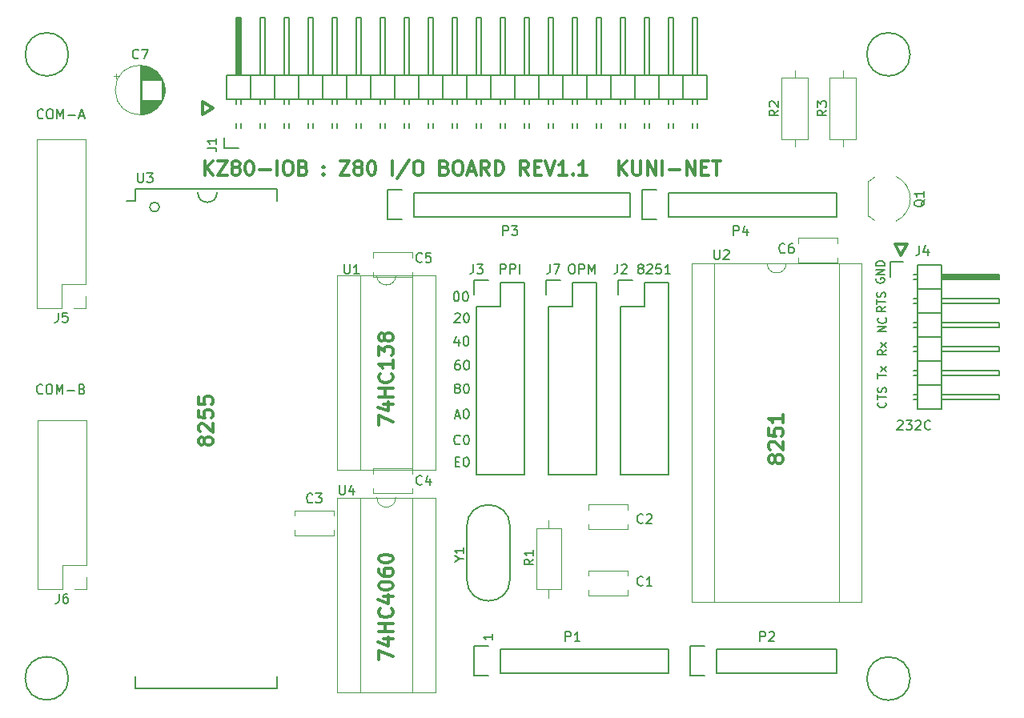
<source format=gto>
G04 #@! TF.GenerationSoftware,KiCad,Pcbnew,(5.0.0-3-g5ebb6b6)*
G04 #@! TF.CreationDate,2018-11-18T15:08:20+09:00*
G04 #@! TF.ProjectId,Z80-8251-PPI,5A38302D383235312D5050492E6B6963,rev?*
G04 #@! TF.SameCoordinates,Original*
G04 #@! TF.FileFunction,Legend,Top*
G04 #@! TF.FilePolarity,Positive*
%FSLAX46Y46*%
G04 Gerber Fmt 4.6, Leading zero omitted, Abs format (unit mm)*
G04 Created by KiCad (PCBNEW (5.0.0-3-g5ebb6b6)) date *
%MOMM*%
%LPD*%
G01*
G04 APERTURE LIST*
%ADD10C,0.300000*%
%ADD11C,0.200000*%
%ADD12C,0.150000*%
%ADD13C,0.120000*%
G04 APERTURE END LIST*
D10*
X104101828Y-72967042D02*
X102958971Y-73609900D01*
X102958971Y-72324185D01*
X104101828Y-72967042D01*
D11*
X129722523Y-110363571D02*
X130055857Y-110363571D01*
X130198714Y-110887380D02*
X129722523Y-110887380D01*
X129722523Y-109887380D01*
X130198714Y-109887380D01*
X130817761Y-109887380D02*
X130913000Y-109887380D01*
X131008238Y-109935000D01*
X131055857Y-109982619D01*
X131103476Y-110077857D01*
X131151095Y-110268333D01*
X131151095Y-110506428D01*
X131103476Y-110696904D01*
X131055857Y-110792142D01*
X131008238Y-110839761D01*
X130913000Y-110887380D01*
X130817761Y-110887380D01*
X130722523Y-110839761D01*
X130674904Y-110792142D01*
X130627285Y-110696904D01*
X130579666Y-110506428D01*
X130579666Y-110268333D01*
X130627285Y-110077857D01*
X130674904Y-109982619D01*
X130722523Y-109935000D01*
X130817761Y-109887380D01*
X130216333Y-108462142D02*
X130168714Y-108509761D01*
X130025857Y-108557380D01*
X129930619Y-108557380D01*
X129787761Y-108509761D01*
X129692523Y-108414523D01*
X129644904Y-108319285D01*
X129597285Y-108128809D01*
X129597285Y-107985952D01*
X129644904Y-107795476D01*
X129692523Y-107700238D01*
X129787761Y-107605000D01*
X129930619Y-107557380D01*
X130025857Y-107557380D01*
X130168714Y-107605000D01*
X130216333Y-107652619D01*
X130835380Y-107557380D02*
X130930619Y-107557380D01*
X131025857Y-107605000D01*
X131073476Y-107652619D01*
X131121095Y-107747857D01*
X131168714Y-107938333D01*
X131168714Y-108176428D01*
X131121095Y-108366904D01*
X131073476Y-108462142D01*
X131025857Y-108509761D01*
X130930619Y-108557380D01*
X130835380Y-108557380D01*
X130740142Y-108509761D01*
X130692523Y-108462142D01*
X130644904Y-108366904D01*
X130597285Y-108176428D01*
X130597285Y-107938333D01*
X130644904Y-107747857D01*
X130692523Y-107652619D01*
X130740142Y-107605000D01*
X130835380Y-107557380D01*
X129718714Y-105531666D02*
X130194904Y-105531666D01*
X129623476Y-105817380D02*
X129956809Y-104817380D01*
X130290142Y-105817380D01*
X130813952Y-104817380D02*
X130909190Y-104817380D01*
X131004428Y-104865000D01*
X131052047Y-104912619D01*
X131099666Y-105007857D01*
X131147285Y-105198333D01*
X131147285Y-105436428D01*
X131099666Y-105626904D01*
X131052047Y-105722142D01*
X131004428Y-105769761D01*
X130909190Y-105817380D01*
X130813952Y-105817380D01*
X130718714Y-105769761D01*
X130671095Y-105722142D01*
X130623476Y-105626904D01*
X130575857Y-105436428D01*
X130575857Y-105198333D01*
X130623476Y-105007857D01*
X130671095Y-104912619D01*
X130718714Y-104865000D01*
X130813952Y-104817380D01*
X129841571Y-102575952D02*
X129746333Y-102528333D01*
X129698714Y-102480714D01*
X129651095Y-102385476D01*
X129651095Y-102337857D01*
X129698714Y-102242619D01*
X129746333Y-102195000D01*
X129841571Y-102147380D01*
X130032047Y-102147380D01*
X130127285Y-102195000D01*
X130174904Y-102242619D01*
X130222523Y-102337857D01*
X130222523Y-102385476D01*
X130174904Y-102480714D01*
X130127285Y-102528333D01*
X130032047Y-102575952D01*
X129841571Y-102575952D01*
X129746333Y-102623571D01*
X129698714Y-102671190D01*
X129651095Y-102766428D01*
X129651095Y-102956904D01*
X129698714Y-103052142D01*
X129746333Y-103099761D01*
X129841571Y-103147380D01*
X130032047Y-103147380D01*
X130127285Y-103099761D01*
X130174904Y-103052142D01*
X130222523Y-102956904D01*
X130222523Y-102766428D01*
X130174904Y-102671190D01*
X130127285Y-102623571D01*
X130032047Y-102575952D01*
X130841571Y-102147380D02*
X130936809Y-102147380D01*
X131032047Y-102195000D01*
X131079666Y-102242619D01*
X131127285Y-102337857D01*
X131174904Y-102528333D01*
X131174904Y-102766428D01*
X131127285Y-102956904D01*
X131079666Y-103052142D01*
X131032047Y-103099761D01*
X130936809Y-103147380D01*
X130841571Y-103147380D01*
X130746333Y-103099761D01*
X130698714Y-103052142D01*
X130651095Y-102956904D01*
X130603476Y-102766428D01*
X130603476Y-102528333D01*
X130651095Y-102337857D01*
X130698714Y-102242619D01*
X130746333Y-102195000D01*
X130841571Y-102147380D01*
X130147285Y-99657380D02*
X129956809Y-99657380D01*
X129861571Y-99705000D01*
X129813952Y-99752619D01*
X129718714Y-99895476D01*
X129671095Y-100085952D01*
X129671095Y-100466904D01*
X129718714Y-100562142D01*
X129766333Y-100609761D01*
X129861571Y-100657380D01*
X130052047Y-100657380D01*
X130147285Y-100609761D01*
X130194904Y-100562142D01*
X130242523Y-100466904D01*
X130242523Y-100228809D01*
X130194904Y-100133571D01*
X130147285Y-100085952D01*
X130052047Y-100038333D01*
X129861571Y-100038333D01*
X129766333Y-100085952D01*
X129718714Y-100133571D01*
X129671095Y-100228809D01*
X130861571Y-99657380D02*
X130956809Y-99657380D01*
X131052047Y-99705000D01*
X131099666Y-99752619D01*
X131147285Y-99847857D01*
X131194904Y-100038333D01*
X131194904Y-100276428D01*
X131147285Y-100466904D01*
X131099666Y-100562142D01*
X131052047Y-100609761D01*
X130956809Y-100657380D01*
X130861571Y-100657380D01*
X130766333Y-100609761D01*
X130718714Y-100562142D01*
X130671095Y-100466904D01*
X130623476Y-100276428D01*
X130623476Y-100038333D01*
X130671095Y-99847857D01*
X130718714Y-99752619D01*
X130766333Y-99705000D01*
X130861571Y-99657380D01*
X130087285Y-97440714D02*
X130087285Y-98107380D01*
X129849190Y-97059761D02*
X129611095Y-97774047D01*
X130230142Y-97774047D01*
X130801571Y-97107380D02*
X130896809Y-97107380D01*
X130992047Y-97155000D01*
X131039666Y-97202619D01*
X131087285Y-97297857D01*
X131134904Y-97488333D01*
X131134904Y-97726428D01*
X131087285Y-97916904D01*
X131039666Y-98012142D01*
X130992047Y-98059761D01*
X130896809Y-98107380D01*
X130801571Y-98107380D01*
X130706333Y-98059761D01*
X130658714Y-98012142D01*
X130611095Y-97916904D01*
X130563476Y-97726428D01*
X130563476Y-97488333D01*
X130611095Y-97297857D01*
X130658714Y-97202619D01*
X130706333Y-97155000D01*
X130801571Y-97107380D01*
X129661095Y-94742619D02*
X129708714Y-94695000D01*
X129803952Y-94647380D01*
X130042047Y-94647380D01*
X130137285Y-94695000D01*
X130184904Y-94742619D01*
X130232523Y-94837857D01*
X130232523Y-94933095D01*
X130184904Y-95075952D01*
X129613476Y-95647380D01*
X130232523Y-95647380D01*
X130851571Y-94647380D02*
X130946809Y-94647380D01*
X131042047Y-94695000D01*
X131089666Y-94742619D01*
X131137285Y-94837857D01*
X131184904Y-95028333D01*
X131184904Y-95266428D01*
X131137285Y-95456904D01*
X131089666Y-95552142D01*
X131042047Y-95599761D01*
X130946809Y-95647380D01*
X130851571Y-95647380D01*
X130756333Y-95599761D01*
X130708714Y-95552142D01*
X130661095Y-95456904D01*
X130613476Y-95266428D01*
X130613476Y-95028333D01*
X130661095Y-94837857D01*
X130708714Y-94742619D01*
X130756333Y-94695000D01*
X130851571Y-94647380D01*
X129789190Y-92397380D02*
X129884428Y-92397380D01*
X129979666Y-92445000D01*
X130027285Y-92492619D01*
X130074904Y-92587857D01*
X130122523Y-92778333D01*
X130122523Y-93016428D01*
X130074904Y-93206904D01*
X130027285Y-93302142D01*
X129979666Y-93349761D01*
X129884428Y-93397380D01*
X129789190Y-93397380D01*
X129693952Y-93349761D01*
X129646333Y-93302142D01*
X129598714Y-93206904D01*
X129551095Y-93016428D01*
X129551095Y-92778333D01*
X129598714Y-92587857D01*
X129646333Y-92492619D01*
X129693952Y-92445000D01*
X129789190Y-92397380D01*
X130741571Y-92397380D02*
X130836809Y-92397380D01*
X130932047Y-92445000D01*
X130979666Y-92492619D01*
X131027285Y-92587857D01*
X131074904Y-92778333D01*
X131074904Y-93016428D01*
X131027285Y-93206904D01*
X130979666Y-93302142D01*
X130932047Y-93349761D01*
X130836809Y-93397380D01*
X130741571Y-93397380D01*
X130646333Y-93349761D01*
X130598714Y-93302142D01*
X130551095Y-93206904D01*
X130503476Y-93016428D01*
X130503476Y-92778333D01*
X130551095Y-92587857D01*
X130598714Y-92492619D01*
X130646333Y-92445000D01*
X130741571Y-92397380D01*
X175184428Y-104087857D02*
X175227285Y-104130714D01*
X175270142Y-104259285D01*
X175270142Y-104345000D01*
X175227285Y-104473571D01*
X175141571Y-104559285D01*
X175055857Y-104602142D01*
X174884428Y-104645000D01*
X174755857Y-104645000D01*
X174584428Y-104602142D01*
X174498714Y-104559285D01*
X174413000Y-104473571D01*
X174370142Y-104345000D01*
X174370142Y-104259285D01*
X174413000Y-104130714D01*
X174455857Y-104087857D01*
X174370142Y-103830714D02*
X174370142Y-103316428D01*
X175270142Y-103573571D02*
X174370142Y-103573571D01*
X175227285Y-103059285D02*
X175270142Y-102930714D01*
X175270142Y-102716428D01*
X175227285Y-102630714D01*
X175184428Y-102587857D01*
X175098714Y-102545000D01*
X175013000Y-102545000D01*
X174927285Y-102587857D01*
X174884428Y-102630714D01*
X174841571Y-102716428D01*
X174798714Y-102887857D01*
X174755857Y-102973571D01*
X174713000Y-103016428D01*
X174627285Y-103059285D01*
X174541571Y-103059285D01*
X174455857Y-103016428D01*
X174413000Y-102973571D01*
X174370142Y-102887857D01*
X174370142Y-102673571D01*
X174413000Y-102545000D01*
X175310142Y-96622142D02*
X174410142Y-96622142D01*
X175310142Y-96107857D01*
X174410142Y-96107857D01*
X175224428Y-95165000D02*
X175267285Y-95207857D01*
X175310142Y-95336428D01*
X175310142Y-95422142D01*
X175267285Y-95550714D01*
X175181571Y-95636428D01*
X175095857Y-95679285D01*
X174924428Y-95722142D01*
X174795857Y-95722142D01*
X174624428Y-95679285D01*
X174538714Y-95636428D01*
X174453000Y-95550714D01*
X174410142Y-95422142D01*
X174410142Y-95336428D01*
X174453000Y-95207857D01*
X174495857Y-95165000D01*
X174370142Y-101546428D02*
X174370142Y-101032142D01*
X175270142Y-101289285D02*
X174370142Y-101289285D01*
X175270142Y-100817857D02*
X174670142Y-100346428D01*
X174670142Y-100817857D02*
X175270142Y-100346428D01*
X175270142Y-98560714D02*
X174841571Y-98860714D01*
X175270142Y-99075000D02*
X174370142Y-99075000D01*
X174370142Y-98732142D01*
X174413000Y-98646428D01*
X174455857Y-98603571D01*
X174541571Y-98560714D01*
X174670142Y-98560714D01*
X174755857Y-98603571D01*
X174798714Y-98646428D01*
X174841571Y-98732142D01*
X174841571Y-99075000D01*
X175270142Y-98260714D02*
X174670142Y-97789285D01*
X174670142Y-98260714D02*
X175270142Y-97789285D01*
X175200142Y-93997857D02*
X174771571Y-94297857D01*
X175200142Y-94512142D02*
X174300142Y-94512142D01*
X174300142Y-94169285D01*
X174343000Y-94083571D01*
X174385857Y-94040714D01*
X174471571Y-93997857D01*
X174600142Y-93997857D01*
X174685857Y-94040714D01*
X174728714Y-94083571D01*
X174771571Y-94169285D01*
X174771571Y-94512142D01*
X174300142Y-93740714D02*
X174300142Y-93226428D01*
X175200142Y-93483571D02*
X174300142Y-93483571D01*
X175157285Y-92969285D02*
X175200142Y-92840714D01*
X175200142Y-92626428D01*
X175157285Y-92540714D01*
X175114428Y-92497857D01*
X175028714Y-92455000D01*
X174943000Y-92455000D01*
X174857285Y-92497857D01*
X174814428Y-92540714D01*
X174771571Y-92626428D01*
X174728714Y-92797857D01*
X174685857Y-92883571D01*
X174643000Y-92926428D01*
X174557285Y-92969285D01*
X174471571Y-92969285D01*
X174385857Y-92926428D01*
X174343000Y-92883571D01*
X174300142Y-92797857D01*
X174300142Y-92583571D01*
X174343000Y-92455000D01*
D10*
X176843000Y-88543571D02*
X176200142Y-87400714D01*
X177485857Y-87400714D01*
X176843000Y-88543571D01*
D11*
X174273000Y-90990714D02*
X174230142Y-91076428D01*
X174230142Y-91205000D01*
X174273000Y-91333571D01*
X174358714Y-91419285D01*
X174444428Y-91462142D01*
X174615857Y-91505000D01*
X174744428Y-91505000D01*
X174915857Y-91462142D01*
X175001571Y-91419285D01*
X175087285Y-91333571D01*
X175130142Y-91205000D01*
X175130142Y-91119285D01*
X175087285Y-90990714D01*
X175044428Y-90947857D01*
X174744428Y-90947857D01*
X174744428Y-91119285D01*
X175130142Y-90562142D02*
X174230142Y-90562142D01*
X175130142Y-90047857D01*
X174230142Y-90047857D01*
X175130142Y-89619285D02*
X174230142Y-89619285D01*
X174230142Y-89405000D01*
X174273000Y-89276428D01*
X174358714Y-89190714D01*
X174444428Y-89147857D01*
X174615857Y-89105000D01*
X174744428Y-89105000D01*
X174915857Y-89147857D01*
X175001571Y-89190714D01*
X175087285Y-89276428D01*
X175130142Y-89405000D01*
X175130142Y-89619285D01*
D10*
X146987285Y-80053571D02*
X146987285Y-78553571D01*
X147844428Y-80053571D02*
X147201571Y-79196428D01*
X147844428Y-78553571D02*
X146987285Y-79410714D01*
X148487285Y-78553571D02*
X148487285Y-79767857D01*
X148558714Y-79910714D01*
X148630142Y-79982142D01*
X148773000Y-80053571D01*
X149058714Y-80053571D01*
X149201571Y-79982142D01*
X149273000Y-79910714D01*
X149344428Y-79767857D01*
X149344428Y-78553571D01*
X150058714Y-80053571D02*
X150058714Y-78553571D01*
X150915857Y-80053571D01*
X150915857Y-78553571D01*
X151630142Y-80053571D02*
X151630142Y-78553571D01*
X152344428Y-79482142D02*
X153487285Y-79482142D01*
X154201571Y-80053571D02*
X154201571Y-78553571D01*
X155058714Y-80053571D01*
X155058714Y-78553571D01*
X155773000Y-79267857D02*
X156273000Y-79267857D01*
X156487285Y-80053571D02*
X155773000Y-80053571D01*
X155773000Y-78553571D01*
X156487285Y-78553571D01*
X156915857Y-78553571D02*
X157773000Y-78553571D01*
X157344428Y-80053571D02*
X157344428Y-78553571D01*
D12*
X98425000Y-83439000D02*
G75*
G03X98425000Y-83439000I-508000J0D01*
G01*
X104521000Y-81915000D02*
G75*
G02X102489000Y-81915000I-1016000J0D01*
G01*
D10*
X103235714Y-80053571D02*
X103235714Y-78553571D01*
X104092857Y-80053571D02*
X103450000Y-79196428D01*
X104092857Y-78553571D02*
X103235714Y-79410714D01*
X104592857Y-78553571D02*
X105592857Y-78553571D01*
X104592857Y-80053571D01*
X105592857Y-80053571D01*
X106378571Y-79196428D02*
X106235714Y-79125000D01*
X106164285Y-79053571D01*
X106092857Y-78910714D01*
X106092857Y-78839285D01*
X106164285Y-78696428D01*
X106235714Y-78625000D01*
X106378571Y-78553571D01*
X106664285Y-78553571D01*
X106807142Y-78625000D01*
X106878571Y-78696428D01*
X106950000Y-78839285D01*
X106950000Y-78910714D01*
X106878571Y-79053571D01*
X106807142Y-79125000D01*
X106664285Y-79196428D01*
X106378571Y-79196428D01*
X106235714Y-79267857D01*
X106164285Y-79339285D01*
X106092857Y-79482142D01*
X106092857Y-79767857D01*
X106164285Y-79910714D01*
X106235714Y-79982142D01*
X106378571Y-80053571D01*
X106664285Y-80053571D01*
X106807142Y-79982142D01*
X106878571Y-79910714D01*
X106950000Y-79767857D01*
X106950000Y-79482142D01*
X106878571Y-79339285D01*
X106807142Y-79267857D01*
X106664285Y-79196428D01*
X107878571Y-78553571D02*
X108021428Y-78553571D01*
X108164285Y-78625000D01*
X108235714Y-78696428D01*
X108307142Y-78839285D01*
X108378571Y-79125000D01*
X108378571Y-79482142D01*
X108307142Y-79767857D01*
X108235714Y-79910714D01*
X108164285Y-79982142D01*
X108021428Y-80053571D01*
X107878571Y-80053571D01*
X107735714Y-79982142D01*
X107664285Y-79910714D01*
X107592857Y-79767857D01*
X107521428Y-79482142D01*
X107521428Y-79125000D01*
X107592857Y-78839285D01*
X107664285Y-78696428D01*
X107735714Y-78625000D01*
X107878571Y-78553571D01*
X109021428Y-79482142D02*
X110164285Y-79482142D01*
X110878571Y-80053571D02*
X110878571Y-78553571D01*
X111878571Y-78553571D02*
X112164285Y-78553571D01*
X112307142Y-78625000D01*
X112450000Y-78767857D01*
X112521428Y-79053571D01*
X112521428Y-79553571D01*
X112450000Y-79839285D01*
X112307142Y-79982142D01*
X112164285Y-80053571D01*
X111878571Y-80053571D01*
X111735714Y-79982142D01*
X111592857Y-79839285D01*
X111521428Y-79553571D01*
X111521428Y-79053571D01*
X111592857Y-78767857D01*
X111735714Y-78625000D01*
X111878571Y-78553571D01*
X113664285Y-79267857D02*
X113878571Y-79339285D01*
X113950000Y-79410714D01*
X114021428Y-79553571D01*
X114021428Y-79767857D01*
X113950000Y-79910714D01*
X113878571Y-79982142D01*
X113735714Y-80053571D01*
X113164285Y-80053571D01*
X113164285Y-78553571D01*
X113664285Y-78553571D01*
X113807142Y-78625000D01*
X113878571Y-78696428D01*
X113950000Y-78839285D01*
X113950000Y-78982142D01*
X113878571Y-79125000D01*
X113807142Y-79196428D01*
X113664285Y-79267857D01*
X113164285Y-79267857D01*
X115807142Y-79910714D02*
X115878571Y-79982142D01*
X115807142Y-80053571D01*
X115735714Y-79982142D01*
X115807142Y-79910714D01*
X115807142Y-80053571D01*
X115807142Y-79125000D02*
X115878571Y-79196428D01*
X115807142Y-79267857D01*
X115735714Y-79196428D01*
X115807142Y-79125000D01*
X115807142Y-79267857D01*
X117521428Y-78553571D02*
X118521428Y-78553571D01*
X117521428Y-80053571D01*
X118521428Y-80053571D01*
X119307142Y-79196428D02*
X119164285Y-79125000D01*
X119092857Y-79053571D01*
X119021428Y-78910714D01*
X119021428Y-78839285D01*
X119092857Y-78696428D01*
X119164285Y-78625000D01*
X119307142Y-78553571D01*
X119592857Y-78553571D01*
X119735714Y-78625000D01*
X119807142Y-78696428D01*
X119878571Y-78839285D01*
X119878571Y-78910714D01*
X119807142Y-79053571D01*
X119735714Y-79125000D01*
X119592857Y-79196428D01*
X119307142Y-79196428D01*
X119164285Y-79267857D01*
X119092857Y-79339285D01*
X119021428Y-79482142D01*
X119021428Y-79767857D01*
X119092857Y-79910714D01*
X119164285Y-79982142D01*
X119307142Y-80053571D01*
X119592857Y-80053571D01*
X119735714Y-79982142D01*
X119807142Y-79910714D01*
X119878571Y-79767857D01*
X119878571Y-79482142D01*
X119807142Y-79339285D01*
X119735714Y-79267857D01*
X119592857Y-79196428D01*
X120807142Y-78553571D02*
X120950000Y-78553571D01*
X121092857Y-78625000D01*
X121164285Y-78696428D01*
X121235714Y-78839285D01*
X121307142Y-79125000D01*
X121307142Y-79482142D01*
X121235714Y-79767857D01*
X121164285Y-79910714D01*
X121092857Y-79982142D01*
X120950000Y-80053571D01*
X120807142Y-80053571D01*
X120664285Y-79982142D01*
X120592857Y-79910714D01*
X120521428Y-79767857D01*
X120450000Y-79482142D01*
X120450000Y-79125000D01*
X120521428Y-78839285D01*
X120592857Y-78696428D01*
X120664285Y-78625000D01*
X120807142Y-78553571D01*
X123092857Y-80053571D02*
X123092857Y-78553571D01*
X124878571Y-78482142D02*
X123592857Y-80410714D01*
X125664285Y-78553571D02*
X125950000Y-78553571D01*
X126092857Y-78625000D01*
X126235714Y-78767857D01*
X126307142Y-79053571D01*
X126307142Y-79553571D01*
X126235714Y-79839285D01*
X126092857Y-79982142D01*
X125950000Y-80053571D01*
X125664285Y-80053571D01*
X125521428Y-79982142D01*
X125378571Y-79839285D01*
X125307142Y-79553571D01*
X125307142Y-79053571D01*
X125378571Y-78767857D01*
X125521428Y-78625000D01*
X125664285Y-78553571D01*
X128592857Y-79267857D02*
X128807142Y-79339285D01*
X128878571Y-79410714D01*
X128950000Y-79553571D01*
X128950000Y-79767857D01*
X128878571Y-79910714D01*
X128807142Y-79982142D01*
X128664285Y-80053571D01*
X128092857Y-80053571D01*
X128092857Y-78553571D01*
X128592857Y-78553571D01*
X128735714Y-78625000D01*
X128807142Y-78696428D01*
X128878571Y-78839285D01*
X128878571Y-78982142D01*
X128807142Y-79125000D01*
X128735714Y-79196428D01*
X128592857Y-79267857D01*
X128092857Y-79267857D01*
X129878571Y-78553571D02*
X130164285Y-78553571D01*
X130307142Y-78625000D01*
X130450000Y-78767857D01*
X130521428Y-79053571D01*
X130521428Y-79553571D01*
X130450000Y-79839285D01*
X130307142Y-79982142D01*
X130164285Y-80053571D01*
X129878571Y-80053571D01*
X129735714Y-79982142D01*
X129592857Y-79839285D01*
X129521428Y-79553571D01*
X129521428Y-79053571D01*
X129592857Y-78767857D01*
X129735714Y-78625000D01*
X129878571Y-78553571D01*
X131092857Y-79625000D02*
X131807142Y-79625000D01*
X130950000Y-80053571D02*
X131450000Y-78553571D01*
X131950000Y-80053571D01*
X133307142Y-80053571D02*
X132807142Y-79339285D01*
X132450000Y-80053571D02*
X132450000Y-78553571D01*
X133021428Y-78553571D01*
X133164285Y-78625000D01*
X133235714Y-78696428D01*
X133307142Y-78839285D01*
X133307142Y-79053571D01*
X133235714Y-79196428D01*
X133164285Y-79267857D01*
X133021428Y-79339285D01*
X132450000Y-79339285D01*
X133950000Y-80053571D02*
X133950000Y-78553571D01*
X134307142Y-78553571D01*
X134521428Y-78625000D01*
X134664285Y-78767857D01*
X134735714Y-78910714D01*
X134807142Y-79196428D01*
X134807142Y-79410714D01*
X134735714Y-79696428D01*
X134664285Y-79839285D01*
X134521428Y-79982142D01*
X134307142Y-80053571D01*
X133950000Y-80053571D01*
X137450000Y-80053571D02*
X136950000Y-79339285D01*
X136592857Y-80053571D02*
X136592857Y-78553571D01*
X137164285Y-78553571D01*
X137307142Y-78625000D01*
X137378571Y-78696428D01*
X137450000Y-78839285D01*
X137450000Y-79053571D01*
X137378571Y-79196428D01*
X137307142Y-79267857D01*
X137164285Y-79339285D01*
X136592857Y-79339285D01*
X138092857Y-79267857D02*
X138592857Y-79267857D01*
X138807142Y-80053571D02*
X138092857Y-80053571D01*
X138092857Y-78553571D01*
X138807142Y-78553571D01*
X139235714Y-78553571D02*
X139735714Y-80053571D01*
X140235714Y-78553571D01*
X141521428Y-80053571D02*
X140664285Y-80053571D01*
X141092857Y-80053571D02*
X141092857Y-78553571D01*
X140950000Y-78767857D01*
X140807142Y-78910714D01*
X140664285Y-78982142D01*
X142164285Y-79910714D02*
X142235714Y-79982142D01*
X142164285Y-80053571D01*
X142092857Y-79982142D01*
X142164285Y-79910714D01*
X142164285Y-80053571D01*
X143664285Y-80053571D02*
X142807142Y-80053571D01*
X143235714Y-80053571D02*
X143235714Y-78553571D01*
X143092857Y-78767857D01*
X142950000Y-78910714D01*
X142807142Y-78982142D01*
D12*
X86068238Y-103112142D02*
X86020619Y-103159761D01*
X85877761Y-103207380D01*
X85782523Y-103207380D01*
X85639666Y-103159761D01*
X85544428Y-103064523D01*
X85496809Y-102969285D01*
X85449190Y-102778809D01*
X85449190Y-102635952D01*
X85496809Y-102445476D01*
X85544428Y-102350238D01*
X85639666Y-102255000D01*
X85782523Y-102207380D01*
X85877761Y-102207380D01*
X86020619Y-102255000D01*
X86068238Y-102302619D01*
X86687285Y-102207380D02*
X86877761Y-102207380D01*
X86973000Y-102255000D01*
X87068238Y-102350238D01*
X87115857Y-102540714D01*
X87115857Y-102874047D01*
X87068238Y-103064523D01*
X86973000Y-103159761D01*
X86877761Y-103207380D01*
X86687285Y-103207380D01*
X86592047Y-103159761D01*
X86496809Y-103064523D01*
X86449190Y-102874047D01*
X86449190Y-102540714D01*
X86496809Y-102350238D01*
X86592047Y-102255000D01*
X86687285Y-102207380D01*
X87544428Y-103207380D02*
X87544428Y-102207380D01*
X87877761Y-102921666D01*
X88211095Y-102207380D01*
X88211095Y-103207380D01*
X88687285Y-102826428D02*
X89449190Y-102826428D01*
X90258714Y-102683571D02*
X90401571Y-102731190D01*
X90449190Y-102778809D01*
X90496809Y-102874047D01*
X90496809Y-103016904D01*
X90449190Y-103112142D01*
X90401571Y-103159761D01*
X90306333Y-103207380D01*
X89925380Y-103207380D01*
X89925380Y-102207380D01*
X90258714Y-102207380D01*
X90353952Y-102255000D01*
X90401571Y-102302619D01*
X90449190Y-102397857D01*
X90449190Y-102493095D01*
X90401571Y-102588333D01*
X90353952Y-102635952D01*
X90258714Y-102683571D01*
X89925380Y-102683571D01*
X86139666Y-73992142D02*
X86092047Y-74039761D01*
X85949190Y-74087380D01*
X85853952Y-74087380D01*
X85711095Y-74039761D01*
X85615857Y-73944523D01*
X85568238Y-73849285D01*
X85520619Y-73658809D01*
X85520619Y-73515952D01*
X85568238Y-73325476D01*
X85615857Y-73230238D01*
X85711095Y-73135000D01*
X85853952Y-73087380D01*
X85949190Y-73087380D01*
X86092047Y-73135000D01*
X86139666Y-73182619D01*
X86758714Y-73087380D02*
X86949190Y-73087380D01*
X87044428Y-73135000D01*
X87139666Y-73230238D01*
X87187285Y-73420714D01*
X87187285Y-73754047D01*
X87139666Y-73944523D01*
X87044428Y-74039761D01*
X86949190Y-74087380D01*
X86758714Y-74087380D01*
X86663476Y-74039761D01*
X86568238Y-73944523D01*
X86520619Y-73754047D01*
X86520619Y-73420714D01*
X86568238Y-73230238D01*
X86663476Y-73135000D01*
X86758714Y-73087380D01*
X87615857Y-74087380D02*
X87615857Y-73087380D01*
X87949190Y-73801666D01*
X88282523Y-73087380D01*
X88282523Y-74087380D01*
X88758714Y-73706428D02*
X89520619Y-73706428D01*
X89949190Y-73801666D02*
X90425380Y-73801666D01*
X89853952Y-74087380D02*
X90187285Y-73087380D01*
X90520619Y-74087380D01*
X176474904Y-106102619D02*
X176522523Y-106055000D01*
X176617761Y-106007380D01*
X176855857Y-106007380D01*
X176951095Y-106055000D01*
X176998714Y-106102619D01*
X177046333Y-106197857D01*
X177046333Y-106293095D01*
X176998714Y-106435952D01*
X176427285Y-107007380D01*
X177046333Y-107007380D01*
X177379666Y-106007380D02*
X177998714Y-106007380D01*
X177665380Y-106388333D01*
X177808238Y-106388333D01*
X177903476Y-106435952D01*
X177951095Y-106483571D01*
X177998714Y-106578809D01*
X177998714Y-106816904D01*
X177951095Y-106912142D01*
X177903476Y-106959761D01*
X177808238Y-107007380D01*
X177522523Y-107007380D01*
X177427285Y-106959761D01*
X177379666Y-106912142D01*
X178379666Y-106102619D02*
X178427285Y-106055000D01*
X178522523Y-106007380D01*
X178760619Y-106007380D01*
X178855857Y-106055000D01*
X178903476Y-106102619D01*
X178951095Y-106197857D01*
X178951095Y-106293095D01*
X178903476Y-106435952D01*
X178332047Y-107007380D01*
X178951095Y-107007380D01*
X179951095Y-106912142D02*
X179903476Y-106959761D01*
X179760619Y-107007380D01*
X179665380Y-107007380D01*
X179522523Y-106959761D01*
X179427285Y-106864523D01*
X179379666Y-106769285D01*
X179332047Y-106578809D01*
X179332047Y-106435952D01*
X179379666Y-106245476D01*
X179427285Y-106150238D01*
X179522523Y-106055000D01*
X179665380Y-106007380D01*
X179760619Y-106007380D01*
X179903476Y-106055000D01*
X179951095Y-106102619D01*
X149225190Y-89923952D02*
X149129952Y-89876333D01*
X149082333Y-89828714D01*
X149034714Y-89733476D01*
X149034714Y-89685857D01*
X149082333Y-89590619D01*
X149129952Y-89543000D01*
X149225190Y-89495380D01*
X149415666Y-89495380D01*
X149510904Y-89543000D01*
X149558523Y-89590619D01*
X149606142Y-89685857D01*
X149606142Y-89733476D01*
X149558523Y-89828714D01*
X149510904Y-89876333D01*
X149415666Y-89923952D01*
X149225190Y-89923952D01*
X149129952Y-89971571D01*
X149082333Y-90019190D01*
X149034714Y-90114428D01*
X149034714Y-90304904D01*
X149082333Y-90400142D01*
X149129952Y-90447761D01*
X149225190Y-90495380D01*
X149415666Y-90495380D01*
X149510904Y-90447761D01*
X149558523Y-90400142D01*
X149606142Y-90304904D01*
X149606142Y-90114428D01*
X149558523Y-90019190D01*
X149510904Y-89971571D01*
X149415666Y-89923952D01*
X149987095Y-89590619D02*
X150034714Y-89543000D01*
X150129952Y-89495380D01*
X150368047Y-89495380D01*
X150463285Y-89543000D01*
X150510904Y-89590619D01*
X150558523Y-89685857D01*
X150558523Y-89781095D01*
X150510904Y-89923952D01*
X149939476Y-90495380D01*
X150558523Y-90495380D01*
X151463285Y-89495380D02*
X150987095Y-89495380D01*
X150939476Y-89971571D01*
X150987095Y-89923952D01*
X151082333Y-89876333D01*
X151320428Y-89876333D01*
X151415666Y-89923952D01*
X151463285Y-89971571D01*
X151510904Y-90066809D01*
X151510904Y-90304904D01*
X151463285Y-90400142D01*
X151415666Y-90447761D01*
X151320428Y-90495380D01*
X151082333Y-90495380D01*
X150987095Y-90447761D01*
X150939476Y-90400142D01*
X152463285Y-90495380D02*
X151891857Y-90495380D01*
X152177571Y-90495380D02*
X152177571Y-89495380D01*
X152082333Y-89638238D01*
X151987095Y-89733476D01*
X151891857Y-89781095D01*
X141962333Y-89495380D02*
X142152809Y-89495380D01*
X142248047Y-89543000D01*
X142343285Y-89638238D01*
X142390904Y-89828714D01*
X142390904Y-90162047D01*
X142343285Y-90352523D01*
X142248047Y-90447761D01*
X142152809Y-90495380D01*
X141962333Y-90495380D01*
X141867095Y-90447761D01*
X141771857Y-90352523D01*
X141724238Y-90162047D01*
X141724238Y-89828714D01*
X141771857Y-89638238D01*
X141867095Y-89543000D01*
X141962333Y-89495380D01*
X142819476Y-90495380D02*
X142819476Y-89495380D01*
X143200428Y-89495380D01*
X143295666Y-89543000D01*
X143343285Y-89590619D01*
X143390904Y-89685857D01*
X143390904Y-89828714D01*
X143343285Y-89923952D01*
X143295666Y-89971571D01*
X143200428Y-90019190D01*
X142819476Y-90019190D01*
X143819476Y-90495380D02*
X143819476Y-89495380D01*
X144152809Y-90209666D01*
X144486142Y-89495380D01*
X144486142Y-90495380D01*
X134509000Y-90495380D02*
X134509000Y-89495380D01*
X134889952Y-89495380D01*
X134985190Y-89543000D01*
X135032809Y-89590619D01*
X135080428Y-89685857D01*
X135080428Y-89828714D01*
X135032809Y-89923952D01*
X134985190Y-89971571D01*
X134889952Y-90019190D01*
X134509000Y-90019190D01*
X135509000Y-90495380D02*
X135509000Y-89495380D01*
X135889952Y-89495380D01*
X135985190Y-89543000D01*
X136032809Y-89590619D01*
X136080428Y-89685857D01*
X136080428Y-89828714D01*
X136032809Y-89923952D01*
X135985190Y-89971571D01*
X135889952Y-90019190D01*
X135509000Y-90019190D01*
X136509000Y-90495380D02*
X136509000Y-89495380D01*
D10*
X163524428Y-110235714D02*
X163453000Y-110378571D01*
X163381571Y-110450000D01*
X163238714Y-110521428D01*
X163167285Y-110521428D01*
X163024428Y-110450000D01*
X162953000Y-110378571D01*
X162881571Y-110235714D01*
X162881571Y-109950000D01*
X162953000Y-109807142D01*
X163024428Y-109735714D01*
X163167285Y-109664285D01*
X163238714Y-109664285D01*
X163381571Y-109735714D01*
X163453000Y-109807142D01*
X163524428Y-109950000D01*
X163524428Y-110235714D01*
X163595857Y-110378571D01*
X163667285Y-110450000D01*
X163810142Y-110521428D01*
X164095857Y-110521428D01*
X164238714Y-110450000D01*
X164310142Y-110378571D01*
X164381571Y-110235714D01*
X164381571Y-109950000D01*
X164310142Y-109807142D01*
X164238714Y-109735714D01*
X164095857Y-109664285D01*
X163810142Y-109664285D01*
X163667285Y-109735714D01*
X163595857Y-109807142D01*
X163524428Y-109950000D01*
X163024428Y-109092857D02*
X162953000Y-109021428D01*
X162881571Y-108878571D01*
X162881571Y-108521428D01*
X162953000Y-108378571D01*
X163024428Y-108307142D01*
X163167285Y-108235714D01*
X163310142Y-108235714D01*
X163524428Y-108307142D01*
X164381571Y-109164285D01*
X164381571Y-108235714D01*
X162881571Y-106878571D02*
X162881571Y-107592857D01*
X163595857Y-107664285D01*
X163524428Y-107592857D01*
X163453000Y-107450000D01*
X163453000Y-107092857D01*
X163524428Y-106950000D01*
X163595857Y-106878571D01*
X163738714Y-106807142D01*
X164095857Y-106807142D01*
X164238714Y-106878571D01*
X164310142Y-106950000D01*
X164381571Y-107092857D01*
X164381571Y-107450000D01*
X164310142Y-107592857D01*
X164238714Y-107664285D01*
X164381571Y-105378571D02*
X164381571Y-106235714D01*
X164381571Y-105807142D02*
X162881571Y-105807142D01*
X163095857Y-105950000D01*
X163238714Y-106092857D01*
X163310142Y-106235714D01*
X121606571Y-131337142D02*
X121606571Y-130337142D01*
X123106571Y-130980000D01*
X122106571Y-129122857D02*
X123106571Y-129122857D01*
X121535142Y-129480000D02*
X122606571Y-129837142D01*
X122606571Y-128908571D01*
X123106571Y-128337142D02*
X121606571Y-128337142D01*
X122320857Y-128337142D02*
X122320857Y-127480000D01*
X123106571Y-127480000D02*
X121606571Y-127480000D01*
X122963714Y-125908571D02*
X123035142Y-125980000D01*
X123106571Y-126194285D01*
X123106571Y-126337142D01*
X123035142Y-126551428D01*
X122892285Y-126694285D01*
X122749428Y-126765714D01*
X122463714Y-126837142D01*
X122249428Y-126837142D01*
X121963714Y-126765714D01*
X121820857Y-126694285D01*
X121678000Y-126551428D01*
X121606571Y-126337142D01*
X121606571Y-126194285D01*
X121678000Y-125980000D01*
X121749428Y-125908571D01*
X122106571Y-124622857D02*
X123106571Y-124622857D01*
X121535142Y-124980000D02*
X122606571Y-125337142D01*
X122606571Y-124408571D01*
X121606571Y-123551428D02*
X121606571Y-123408571D01*
X121678000Y-123265714D01*
X121749428Y-123194285D01*
X121892285Y-123122857D01*
X122178000Y-123051428D01*
X122535142Y-123051428D01*
X122820857Y-123122857D01*
X122963714Y-123194285D01*
X123035142Y-123265714D01*
X123106571Y-123408571D01*
X123106571Y-123551428D01*
X123035142Y-123694285D01*
X122963714Y-123765714D01*
X122820857Y-123837142D01*
X122535142Y-123908571D01*
X122178000Y-123908571D01*
X121892285Y-123837142D01*
X121749428Y-123765714D01*
X121678000Y-123694285D01*
X121606571Y-123551428D01*
X121606571Y-121765714D02*
X121606571Y-122051428D01*
X121678000Y-122194285D01*
X121749428Y-122265714D01*
X121963714Y-122408571D01*
X122249428Y-122480000D01*
X122820857Y-122480000D01*
X122963714Y-122408571D01*
X123035142Y-122337142D01*
X123106571Y-122194285D01*
X123106571Y-121908571D01*
X123035142Y-121765714D01*
X122963714Y-121694285D01*
X122820857Y-121622857D01*
X122463714Y-121622857D01*
X122320857Y-121694285D01*
X122249428Y-121765714D01*
X122178000Y-121908571D01*
X122178000Y-122194285D01*
X122249428Y-122337142D01*
X122320857Y-122408571D01*
X122463714Y-122480000D01*
X121606571Y-120694285D02*
X121606571Y-120551428D01*
X121678000Y-120408571D01*
X121749428Y-120337142D01*
X121892285Y-120265714D01*
X122178000Y-120194285D01*
X122535142Y-120194285D01*
X122820857Y-120265714D01*
X122963714Y-120337142D01*
X123035142Y-120408571D01*
X123106571Y-120551428D01*
X123106571Y-120694285D01*
X123035142Y-120837142D01*
X122963714Y-120908571D01*
X122820857Y-120980000D01*
X122535142Y-121051428D01*
X122178000Y-121051428D01*
X121892285Y-120980000D01*
X121749428Y-120908571D01*
X121678000Y-120837142D01*
X121606571Y-120694285D01*
X121606571Y-106492857D02*
X121606571Y-105492857D01*
X123106571Y-106135714D01*
X122106571Y-104278571D02*
X123106571Y-104278571D01*
X121535142Y-104635714D02*
X122606571Y-104992857D01*
X122606571Y-104064285D01*
X123106571Y-103492857D02*
X121606571Y-103492857D01*
X122320857Y-103492857D02*
X122320857Y-102635714D01*
X123106571Y-102635714D02*
X121606571Y-102635714D01*
X122963714Y-101064285D02*
X123035142Y-101135714D01*
X123106571Y-101350000D01*
X123106571Y-101492857D01*
X123035142Y-101707142D01*
X122892285Y-101850000D01*
X122749428Y-101921428D01*
X122463714Y-101992857D01*
X122249428Y-101992857D01*
X121963714Y-101921428D01*
X121820857Y-101850000D01*
X121678000Y-101707142D01*
X121606571Y-101492857D01*
X121606571Y-101350000D01*
X121678000Y-101135714D01*
X121749428Y-101064285D01*
X123106571Y-99635714D02*
X123106571Y-100492857D01*
X123106571Y-100064285D02*
X121606571Y-100064285D01*
X121820857Y-100207142D01*
X121963714Y-100350000D01*
X122035142Y-100492857D01*
X121606571Y-99135714D02*
X121606571Y-98207142D01*
X122178000Y-98707142D01*
X122178000Y-98492857D01*
X122249428Y-98350000D01*
X122320857Y-98278571D01*
X122463714Y-98207142D01*
X122820857Y-98207142D01*
X122963714Y-98278571D01*
X123035142Y-98350000D01*
X123106571Y-98492857D01*
X123106571Y-98921428D01*
X123035142Y-99064285D01*
X122963714Y-99135714D01*
X122249428Y-97350000D02*
X122178000Y-97492857D01*
X122106571Y-97564285D01*
X121963714Y-97635714D01*
X121892285Y-97635714D01*
X121749428Y-97564285D01*
X121678000Y-97492857D01*
X121606571Y-97350000D01*
X121606571Y-97064285D01*
X121678000Y-96921428D01*
X121749428Y-96850000D01*
X121892285Y-96778571D01*
X121963714Y-96778571D01*
X122106571Y-96850000D01*
X122178000Y-96921428D01*
X122249428Y-97064285D01*
X122249428Y-97350000D01*
X122320857Y-97492857D01*
X122392285Y-97564285D01*
X122535142Y-97635714D01*
X122820857Y-97635714D01*
X122963714Y-97564285D01*
X123035142Y-97492857D01*
X123106571Y-97350000D01*
X123106571Y-97064285D01*
X123035142Y-96921428D01*
X122963714Y-96850000D01*
X122820857Y-96778571D01*
X122535142Y-96778571D01*
X122392285Y-96850000D01*
X122320857Y-96921428D01*
X122249428Y-97064285D01*
X103199428Y-108330714D02*
X103128000Y-108473571D01*
X103056571Y-108545000D01*
X102913714Y-108616428D01*
X102842285Y-108616428D01*
X102699428Y-108545000D01*
X102628000Y-108473571D01*
X102556571Y-108330714D01*
X102556571Y-108045000D01*
X102628000Y-107902142D01*
X102699428Y-107830714D01*
X102842285Y-107759285D01*
X102913714Y-107759285D01*
X103056571Y-107830714D01*
X103128000Y-107902142D01*
X103199428Y-108045000D01*
X103199428Y-108330714D01*
X103270857Y-108473571D01*
X103342285Y-108545000D01*
X103485142Y-108616428D01*
X103770857Y-108616428D01*
X103913714Y-108545000D01*
X103985142Y-108473571D01*
X104056571Y-108330714D01*
X104056571Y-108045000D01*
X103985142Y-107902142D01*
X103913714Y-107830714D01*
X103770857Y-107759285D01*
X103485142Y-107759285D01*
X103342285Y-107830714D01*
X103270857Y-107902142D01*
X103199428Y-108045000D01*
X102699428Y-107187857D02*
X102628000Y-107116428D01*
X102556571Y-106973571D01*
X102556571Y-106616428D01*
X102628000Y-106473571D01*
X102699428Y-106402142D01*
X102842285Y-106330714D01*
X102985142Y-106330714D01*
X103199428Y-106402142D01*
X104056571Y-107259285D01*
X104056571Y-106330714D01*
X102556571Y-104973571D02*
X102556571Y-105687857D01*
X103270857Y-105759285D01*
X103199428Y-105687857D01*
X103128000Y-105545000D01*
X103128000Y-105187857D01*
X103199428Y-105045000D01*
X103270857Y-104973571D01*
X103413714Y-104902142D01*
X103770857Y-104902142D01*
X103913714Y-104973571D01*
X103985142Y-105045000D01*
X104056571Y-105187857D01*
X104056571Y-105545000D01*
X103985142Y-105687857D01*
X103913714Y-105759285D01*
X102556571Y-103545000D02*
X102556571Y-104259285D01*
X103270857Y-104330714D01*
X103199428Y-104259285D01*
X103128000Y-104116428D01*
X103128000Y-103759285D01*
X103199428Y-103616428D01*
X103270857Y-103545000D01*
X103413714Y-103473571D01*
X103770857Y-103473571D01*
X103913714Y-103545000D01*
X103985142Y-103616428D01*
X104056571Y-103759285D01*
X104056571Y-104116428D01*
X103985142Y-104259285D01*
X103913714Y-104330714D01*
D12*
X133675380Y-128619285D02*
X133675380Y-129190714D01*
X133675380Y-128905000D02*
X132675380Y-128905000D01*
X132818238Y-129000238D01*
X132913476Y-129095476D01*
X132961095Y-129190714D01*
G04 #@! TO.C,P1*
X134493000Y-132715000D02*
X152273000Y-132715000D01*
X152273000Y-132715000D02*
X152273000Y-130175000D01*
X152273000Y-130175000D02*
X134493000Y-130175000D01*
X131673000Y-132995000D02*
X133223000Y-132995000D01*
X134493000Y-132715000D02*
X134493000Y-130175000D01*
X133223000Y-129895000D02*
X131673000Y-129895000D01*
X131673000Y-129895000D02*
X131673000Y-132995000D01*
G04 #@! TO.C,P2*
X157353000Y-132715000D02*
X170053000Y-132715000D01*
X170053000Y-132715000D02*
X170053000Y-130175000D01*
X170053000Y-130175000D02*
X157353000Y-130175000D01*
X154533000Y-132995000D02*
X156083000Y-132995000D01*
X157353000Y-132715000D02*
X157353000Y-130175000D01*
X156083000Y-129895000D02*
X154533000Y-129895000D01*
X154533000Y-129895000D02*
X154533000Y-132995000D01*
G04 #@! TO.C,P3*
X125349000Y-84455000D02*
X148209000Y-84455000D01*
X148209000Y-84455000D02*
X148209000Y-81915000D01*
X148209000Y-81915000D02*
X125349000Y-81915000D01*
X122529000Y-84735000D02*
X124079000Y-84735000D01*
X125349000Y-84455000D02*
X125349000Y-81915000D01*
X124079000Y-81635000D02*
X122529000Y-81635000D01*
X122529000Y-81635000D02*
X122529000Y-84735000D01*
G04 #@! TO.C,P4*
X152273000Y-84455000D02*
X170053000Y-84455000D01*
X170053000Y-84455000D02*
X170053000Y-81915000D01*
X170053000Y-81915000D02*
X152273000Y-81915000D01*
X149453000Y-84735000D02*
X151003000Y-84735000D01*
X152273000Y-84455000D02*
X152273000Y-81915000D01*
X151003000Y-81635000D02*
X149453000Y-81635000D01*
X149453000Y-81635000D02*
X149453000Y-84735000D01*
D13*
G04 #@! TO.C,C1*
X143843000Y-121880000D02*
X147963000Y-121880000D01*
X143843000Y-124500000D02*
X147963000Y-124500000D01*
X143843000Y-121880000D02*
X143843000Y-122440000D01*
X143843000Y-123940000D02*
X143843000Y-124500000D01*
X147963000Y-121880000D02*
X147963000Y-122440000D01*
X147963000Y-123940000D02*
X147963000Y-124500000D01*
G04 #@! TO.C,C2*
X143843000Y-114895000D02*
X147963000Y-114895000D01*
X143843000Y-117515000D02*
X147963000Y-117515000D01*
X143843000Y-114895000D02*
X143843000Y-115455000D01*
X143843000Y-116955000D02*
X143843000Y-117515000D01*
X147963000Y-114895000D02*
X147963000Y-115455000D01*
X147963000Y-116955000D02*
X147963000Y-117515000D01*
G04 #@! TO.C,C3*
X112728000Y-115530000D02*
X116848000Y-115530000D01*
X112728000Y-118150000D02*
X116848000Y-118150000D01*
X112728000Y-115530000D02*
X112728000Y-116090000D01*
X112728000Y-117590000D02*
X112728000Y-118150000D01*
X116848000Y-115530000D02*
X116848000Y-116090000D01*
X116848000Y-117590000D02*
X116848000Y-118150000D01*
G04 #@! TO.C,C4*
X125143000Y-113705000D02*
X121023000Y-113705000D01*
X125143000Y-111085000D02*
X121023000Y-111085000D01*
X125143000Y-113705000D02*
X125143000Y-113145000D01*
X125143000Y-111645000D02*
X125143000Y-111085000D01*
X121023000Y-113705000D02*
X121023000Y-113145000D01*
X121023000Y-111645000D02*
X121023000Y-111085000D01*
G04 #@! TO.C,C5*
X125143000Y-90845000D02*
X121023000Y-90845000D01*
X125143000Y-88225000D02*
X121023000Y-88225000D01*
X125143000Y-90845000D02*
X125143000Y-90285000D01*
X125143000Y-88785000D02*
X125143000Y-88225000D01*
X121023000Y-90845000D02*
X121023000Y-90285000D01*
X121023000Y-88785000D02*
X121023000Y-88225000D01*
G04 #@! TO.C,C6*
X170101000Y-89321000D02*
X165981000Y-89321000D01*
X170101000Y-86701000D02*
X165981000Y-86701000D01*
X170101000Y-89321000D02*
X170101000Y-88761000D01*
X170101000Y-87261000D02*
X170101000Y-86701000D01*
X165981000Y-89321000D02*
X165981000Y-88761000D01*
X165981000Y-87261000D02*
X165981000Y-86701000D01*
D12*
G04 #@! TO.C,J1*
X116713000Y-74549000D02*
X116713000Y-75057000D01*
X117221000Y-74549000D02*
X117221000Y-75057000D01*
X119253000Y-74549000D02*
X119253000Y-75057000D01*
X119761000Y-74549000D02*
X119761000Y-75057000D01*
X114681000Y-74549000D02*
X114681000Y-75057000D01*
X114173000Y-74549000D02*
X114173000Y-75057000D01*
X112141000Y-74549000D02*
X112141000Y-75057000D01*
X111633000Y-74549000D02*
X111633000Y-75057000D01*
X109601000Y-74549000D02*
X109601000Y-75057000D01*
X109093000Y-74549000D02*
X109093000Y-75057000D01*
X107061000Y-74549000D02*
X107061000Y-75057000D01*
X106553000Y-74549000D02*
X106553000Y-75057000D01*
X147193000Y-74549000D02*
X147193000Y-75057000D01*
X147701000Y-74549000D02*
X147701000Y-75057000D01*
X149733000Y-74549000D02*
X149733000Y-75057000D01*
X150241000Y-74549000D02*
X150241000Y-75057000D01*
X145161000Y-74549000D02*
X145161000Y-75057000D01*
X144653000Y-74549000D02*
X144653000Y-75057000D01*
X142621000Y-74549000D02*
X142621000Y-75057000D01*
X142113000Y-74549000D02*
X142113000Y-75057000D01*
X152273000Y-74549000D02*
X152273000Y-75057000D01*
X152781000Y-74549000D02*
X152781000Y-75057000D01*
X154813000Y-74549000D02*
X154813000Y-75057000D01*
X155321000Y-74549000D02*
X155321000Y-75057000D01*
X137033000Y-74549000D02*
X137033000Y-75057000D01*
X137541000Y-74549000D02*
X137541000Y-75057000D01*
X139573000Y-74549000D02*
X139573000Y-75057000D01*
X140081000Y-74549000D02*
X140081000Y-75057000D01*
X135001000Y-74549000D02*
X135001000Y-75057000D01*
X134493000Y-74549000D02*
X134493000Y-75057000D01*
X132461000Y-74549000D02*
X132461000Y-75057000D01*
X131953000Y-74549000D02*
X131953000Y-75057000D01*
X121793000Y-74549000D02*
X121793000Y-75057000D01*
X122301000Y-74549000D02*
X122301000Y-75057000D01*
X124333000Y-74549000D02*
X124333000Y-75057000D01*
X124841000Y-74549000D02*
X124841000Y-75057000D01*
X129921000Y-74549000D02*
X129921000Y-75057000D01*
X129413000Y-74549000D02*
X129413000Y-75057000D01*
X127381000Y-74549000D02*
X127381000Y-75057000D01*
X126873000Y-74549000D02*
X126873000Y-75057000D01*
X152273000Y-72009000D02*
X152273000Y-72517000D01*
X152781000Y-72009000D02*
X152781000Y-72517000D01*
X154813000Y-72009000D02*
X154813000Y-72517000D01*
X155321000Y-72009000D02*
X155321000Y-72517000D01*
X150241000Y-72009000D02*
X150241000Y-72517000D01*
X149733000Y-72009000D02*
X149733000Y-72517000D01*
X147701000Y-72009000D02*
X147701000Y-72517000D01*
X147193000Y-72009000D02*
X147193000Y-72517000D01*
X131953000Y-72009000D02*
X131953000Y-72517000D01*
X132461000Y-72009000D02*
X132461000Y-72517000D01*
X134493000Y-72009000D02*
X134493000Y-72517000D01*
X135001000Y-72009000D02*
X135001000Y-72517000D01*
X129921000Y-72009000D02*
X129921000Y-72517000D01*
X129413000Y-72009000D02*
X129413000Y-72517000D01*
X127381000Y-72009000D02*
X127381000Y-72517000D01*
X126873000Y-72009000D02*
X126873000Y-72517000D01*
X137033000Y-72009000D02*
X137033000Y-72517000D01*
X137541000Y-72009000D02*
X137541000Y-72517000D01*
X139573000Y-72009000D02*
X139573000Y-72517000D01*
X140081000Y-72009000D02*
X140081000Y-72517000D01*
X145161000Y-72009000D02*
X145161000Y-72517000D01*
X144653000Y-72009000D02*
X144653000Y-72517000D01*
X142621000Y-72009000D02*
X142621000Y-72517000D01*
X142113000Y-72009000D02*
X142113000Y-72517000D01*
X121793000Y-72009000D02*
X121793000Y-72517000D01*
X122301000Y-72009000D02*
X122301000Y-72517000D01*
X124333000Y-72009000D02*
X124333000Y-72517000D01*
X124841000Y-72009000D02*
X124841000Y-72517000D01*
X119761000Y-72009000D02*
X119761000Y-72517000D01*
X119253000Y-72009000D02*
X119253000Y-72517000D01*
X117221000Y-72009000D02*
X117221000Y-72517000D01*
X116713000Y-72009000D02*
X116713000Y-72517000D01*
X106553000Y-72009000D02*
X106553000Y-72517000D01*
X107061000Y-72009000D02*
X107061000Y-72517000D01*
X109093000Y-72009000D02*
X109093000Y-72517000D01*
X109601000Y-72009000D02*
X109601000Y-72517000D01*
X114681000Y-72009000D02*
X114681000Y-72517000D01*
X114173000Y-72009000D02*
X114173000Y-72517000D01*
X112141000Y-72009000D02*
X112141000Y-72517000D01*
X111633000Y-72009000D02*
X111633000Y-72517000D01*
X105257000Y-76073000D02*
X105257000Y-77223000D01*
X105257000Y-77223000D02*
X106807000Y-77223000D01*
X106680000Y-69469000D02*
X106680000Y-63500000D01*
X106680000Y-63500000D02*
X106934000Y-63500000D01*
X106934000Y-63500000D02*
X106934000Y-69342000D01*
X106934000Y-69342000D02*
X106807000Y-69342000D01*
X106807000Y-69342000D02*
X106807000Y-63500000D01*
X146177000Y-72009000D02*
X146177000Y-69469000D01*
X146177000Y-72009000D02*
X148717000Y-72009000D01*
X148717000Y-72009000D02*
X148717000Y-69469000D01*
X147193000Y-69469000D02*
X147193000Y-63373000D01*
X147193000Y-63373000D02*
X147701000Y-63373000D01*
X147701000Y-63373000D02*
X147701000Y-69469000D01*
X148717000Y-69469000D02*
X146177000Y-69469000D01*
X151257000Y-69469000D02*
X148717000Y-69469000D01*
X150241000Y-63373000D02*
X150241000Y-69469000D01*
X149733000Y-63373000D02*
X150241000Y-63373000D01*
X149733000Y-69469000D02*
X149733000Y-63373000D01*
X151257000Y-72009000D02*
X151257000Y-69469000D01*
X148717000Y-72009000D02*
X151257000Y-72009000D01*
X148717000Y-72009000D02*
X148717000Y-69469000D01*
X153797000Y-72009000D02*
X153797000Y-69469000D01*
X153797000Y-72009000D02*
X156337000Y-72009000D01*
X154813000Y-69469000D02*
X154813000Y-63373000D01*
X154813000Y-63373000D02*
X155321000Y-63373000D01*
X155321000Y-63373000D02*
X155321000Y-69469000D01*
X156337000Y-69469000D02*
X153797000Y-69469000D01*
X153797000Y-69469000D02*
X151257000Y-69469000D01*
X152781000Y-63373000D02*
X152781000Y-69469000D01*
X152273000Y-63373000D02*
X152781000Y-63373000D01*
X152273000Y-69469000D02*
X152273000Y-63373000D01*
X153797000Y-72009000D02*
X153797000Y-69469000D01*
X151257000Y-72009000D02*
X153797000Y-72009000D01*
X151257000Y-72009000D02*
X151257000Y-69469000D01*
X156337000Y-72009000D02*
X156337000Y-69469000D01*
X125857000Y-72009000D02*
X125857000Y-69469000D01*
X125857000Y-72009000D02*
X128397000Y-72009000D01*
X128397000Y-72009000D02*
X128397000Y-69469000D01*
X126873000Y-69469000D02*
X126873000Y-63373000D01*
X126873000Y-63373000D02*
X127381000Y-63373000D01*
X127381000Y-63373000D02*
X127381000Y-69469000D01*
X128397000Y-69469000D02*
X125857000Y-69469000D01*
X130937000Y-69469000D02*
X128397000Y-69469000D01*
X129921000Y-63373000D02*
X129921000Y-69469000D01*
X129413000Y-63373000D02*
X129921000Y-63373000D01*
X129413000Y-69469000D02*
X129413000Y-63373000D01*
X130937000Y-72009000D02*
X130937000Y-69469000D01*
X128397000Y-72009000D02*
X130937000Y-72009000D01*
X128397000Y-72009000D02*
X128397000Y-69469000D01*
X133477000Y-72009000D02*
X133477000Y-69469000D01*
X133477000Y-72009000D02*
X136017000Y-72009000D01*
X136017000Y-72009000D02*
X136017000Y-69469000D01*
X134493000Y-69469000D02*
X134493000Y-63373000D01*
X134493000Y-63373000D02*
X135001000Y-63373000D01*
X135001000Y-63373000D02*
X135001000Y-69469000D01*
X136017000Y-69469000D02*
X133477000Y-69469000D01*
X133477000Y-69469000D02*
X130937000Y-69469000D01*
X132461000Y-63373000D02*
X132461000Y-69469000D01*
X131953000Y-63373000D02*
X132461000Y-63373000D01*
X131953000Y-69469000D02*
X131953000Y-63373000D01*
X133477000Y-72009000D02*
X133477000Y-69469000D01*
X130937000Y-72009000D02*
X133477000Y-72009000D01*
X130937000Y-72009000D02*
X130937000Y-69469000D01*
X141097000Y-72009000D02*
X141097000Y-69469000D01*
X141097000Y-72009000D02*
X143637000Y-72009000D01*
X143637000Y-72009000D02*
X143637000Y-69469000D01*
X142113000Y-69469000D02*
X142113000Y-63373000D01*
X142113000Y-63373000D02*
X142621000Y-63373000D01*
X142621000Y-63373000D02*
X142621000Y-69469000D01*
X143637000Y-69469000D02*
X141097000Y-69469000D01*
X146177000Y-69469000D02*
X143637000Y-69469000D01*
X145161000Y-63373000D02*
X145161000Y-69469000D01*
X144653000Y-63373000D02*
X145161000Y-63373000D01*
X144653000Y-69469000D02*
X144653000Y-63373000D01*
X146177000Y-72009000D02*
X146177000Y-69469000D01*
X143637000Y-72009000D02*
X146177000Y-72009000D01*
X143637000Y-72009000D02*
X143637000Y-69469000D01*
X138557000Y-72009000D02*
X138557000Y-69469000D01*
X138557000Y-72009000D02*
X141097000Y-72009000D01*
X141097000Y-72009000D02*
X141097000Y-69469000D01*
X139573000Y-69469000D02*
X139573000Y-63373000D01*
X139573000Y-63373000D02*
X140081000Y-63373000D01*
X140081000Y-63373000D02*
X140081000Y-69469000D01*
X141097000Y-69469000D02*
X138557000Y-69469000D01*
X138557000Y-69469000D02*
X136017000Y-69469000D01*
X137541000Y-63373000D02*
X137541000Y-69469000D01*
X137033000Y-63373000D02*
X137541000Y-63373000D01*
X137033000Y-69469000D02*
X137033000Y-63373000D01*
X138557000Y-72009000D02*
X138557000Y-69469000D01*
X136017000Y-72009000D02*
X138557000Y-72009000D01*
X136017000Y-72009000D02*
X136017000Y-69469000D01*
X115697000Y-72009000D02*
X115697000Y-69469000D01*
X115697000Y-72009000D02*
X118237000Y-72009000D01*
X118237000Y-72009000D02*
X118237000Y-69469000D01*
X116713000Y-69469000D02*
X116713000Y-63373000D01*
X116713000Y-63373000D02*
X117221000Y-63373000D01*
X117221000Y-63373000D02*
X117221000Y-69469000D01*
X118237000Y-69469000D02*
X115697000Y-69469000D01*
X120777000Y-69469000D02*
X118237000Y-69469000D01*
X119761000Y-63373000D02*
X119761000Y-69469000D01*
X119253000Y-63373000D02*
X119761000Y-63373000D01*
X119253000Y-69469000D02*
X119253000Y-63373000D01*
X120777000Y-72009000D02*
X120777000Y-69469000D01*
X118237000Y-72009000D02*
X120777000Y-72009000D01*
X118237000Y-72009000D02*
X118237000Y-69469000D01*
X123317000Y-72009000D02*
X123317000Y-69469000D01*
X123317000Y-72009000D02*
X125857000Y-72009000D01*
X125857000Y-72009000D02*
X125857000Y-69469000D01*
X124333000Y-69469000D02*
X124333000Y-63373000D01*
X124333000Y-63373000D02*
X124841000Y-63373000D01*
X124841000Y-63373000D02*
X124841000Y-69469000D01*
X125857000Y-69469000D02*
X123317000Y-69469000D01*
X123317000Y-69469000D02*
X120777000Y-69469000D01*
X122301000Y-63373000D02*
X122301000Y-69469000D01*
X121793000Y-63373000D02*
X122301000Y-63373000D01*
X121793000Y-69469000D02*
X121793000Y-63373000D01*
X123317000Y-72009000D02*
X123317000Y-69469000D01*
X120777000Y-72009000D02*
X123317000Y-72009000D01*
X120777000Y-72009000D02*
X120777000Y-69469000D01*
X110617000Y-72009000D02*
X110617000Y-69469000D01*
X110617000Y-72009000D02*
X113157000Y-72009000D01*
X113157000Y-72009000D02*
X113157000Y-69469000D01*
X111633000Y-69469000D02*
X111633000Y-63373000D01*
X111633000Y-63373000D02*
X112141000Y-63373000D01*
X112141000Y-63373000D02*
X112141000Y-69469000D01*
X113157000Y-69469000D02*
X110617000Y-69469000D01*
X115697000Y-69469000D02*
X113157000Y-69469000D01*
X114681000Y-63373000D02*
X114681000Y-69469000D01*
X114173000Y-63373000D02*
X114681000Y-63373000D01*
X114173000Y-69469000D02*
X114173000Y-63373000D01*
X115697000Y-72009000D02*
X115697000Y-69469000D01*
X113157000Y-72009000D02*
X115697000Y-72009000D01*
X113157000Y-72009000D02*
X113157000Y-69469000D01*
X108077000Y-72009000D02*
X108077000Y-69469000D01*
X108077000Y-72009000D02*
X110617000Y-72009000D01*
X110617000Y-72009000D02*
X110617000Y-69469000D01*
X109093000Y-69469000D02*
X109093000Y-63373000D01*
X109093000Y-63373000D02*
X109601000Y-63373000D01*
X109601000Y-63373000D02*
X109601000Y-69469000D01*
X110617000Y-69469000D02*
X108077000Y-69469000D01*
X108077000Y-69469000D02*
X105537000Y-69469000D01*
X107061000Y-63373000D02*
X107061000Y-69469000D01*
X106553000Y-63373000D02*
X107061000Y-63373000D01*
X106553000Y-69469000D02*
X106553000Y-63373000D01*
X108077000Y-72009000D02*
X108077000Y-69469000D01*
X105537000Y-72009000D02*
X108077000Y-72009000D01*
X105537000Y-72009000D02*
X105537000Y-69469000D01*
G04 #@! TO.C,J2*
X152273000Y-111760000D02*
X152273000Y-91440000D01*
X147193000Y-93980000D02*
X147193000Y-111760000D01*
X152273000Y-111760000D02*
X147193000Y-111760000D01*
X152273000Y-91440000D02*
X149733000Y-91440000D01*
X148463000Y-91160000D02*
X146913000Y-91160000D01*
X149733000Y-91440000D02*
X149733000Y-93980000D01*
X149733000Y-93980000D02*
X147193000Y-93980000D01*
X146913000Y-91160000D02*
X146913000Y-92710000D01*
G04 #@! TO.C,J3*
X137033000Y-111760000D02*
X137033000Y-91440000D01*
X131953000Y-93980000D02*
X131953000Y-111760000D01*
X137033000Y-111760000D02*
X131953000Y-111760000D01*
X137033000Y-91440000D02*
X134493000Y-91440000D01*
X133223000Y-91160000D02*
X131673000Y-91160000D01*
X134493000Y-91440000D02*
X134493000Y-93980000D01*
X134493000Y-93980000D02*
X131953000Y-93980000D01*
X131673000Y-91160000D02*
X131673000Y-92710000D01*
G04 #@! TO.C,J4*
X175738000Y-89255000D02*
X175738000Y-90805000D01*
X177038000Y-89255000D02*
X175738000Y-89255000D01*
X181229000Y-90678000D02*
X187071000Y-90678000D01*
X187071000Y-90678000D02*
X187071000Y-90932000D01*
X187071000Y-90932000D02*
X181229000Y-90932000D01*
X181229000Y-90932000D02*
X181229000Y-90805000D01*
X181229000Y-90805000D02*
X187071000Y-90805000D01*
X178562000Y-90551000D02*
X178181000Y-90551000D01*
X178562000Y-91059000D02*
X178181000Y-91059000D01*
X178562000Y-93091000D02*
X178181000Y-93091000D01*
X178562000Y-93599000D02*
X178181000Y-93599000D01*
X178562000Y-95631000D02*
X178181000Y-95631000D01*
X178562000Y-96139000D02*
X178181000Y-96139000D01*
X178562000Y-103759000D02*
X178181000Y-103759000D01*
X178562000Y-103251000D02*
X178181000Y-103251000D01*
X178562000Y-101219000D02*
X178181000Y-101219000D01*
X178562000Y-100711000D02*
X178181000Y-100711000D01*
X178562000Y-98679000D02*
X178181000Y-98679000D01*
X178562000Y-98171000D02*
X178181000Y-98171000D01*
X178562000Y-89535000D02*
X181102000Y-89535000D01*
X178562000Y-92075000D02*
X181102000Y-92075000D01*
X178562000Y-92075000D02*
X178562000Y-94615000D01*
X178562000Y-94615000D02*
X181102000Y-94615000D01*
X181102000Y-93091000D02*
X187198000Y-93091000D01*
X187198000Y-93091000D02*
X187198000Y-93599000D01*
X187198000Y-93599000D02*
X181102000Y-93599000D01*
X181102000Y-94615000D02*
X181102000Y-92075000D01*
X181102000Y-92075000D02*
X181102000Y-89535000D01*
X187198000Y-91059000D02*
X181102000Y-91059000D01*
X187198000Y-90551000D02*
X187198000Y-91059000D01*
X181102000Y-90551000D02*
X187198000Y-90551000D01*
X178562000Y-92075000D02*
X181102000Y-92075000D01*
X178562000Y-89535000D02*
X178562000Y-92075000D01*
X178562000Y-99695000D02*
X181102000Y-99695000D01*
X178562000Y-99695000D02*
X178562000Y-102235000D01*
X178562000Y-102235000D02*
X181102000Y-102235000D01*
X181102000Y-100711000D02*
X187198000Y-100711000D01*
X187198000Y-100711000D02*
X187198000Y-101219000D01*
X187198000Y-101219000D02*
X181102000Y-101219000D01*
X181102000Y-102235000D02*
X181102000Y-99695000D01*
X181102000Y-104775000D02*
X181102000Y-102235000D01*
X187198000Y-103759000D02*
X181102000Y-103759000D01*
X187198000Y-103251000D02*
X187198000Y-103759000D01*
X181102000Y-103251000D02*
X187198000Y-103251000D01*
X178562000Y-104775000D02*
X181102000Y-104775000D01*
X178562000Y-102235000D02*
X178562000Y-104775000D01*
X178562000Y-102235000D02*
X181102000Y-102235000D01*
X178562000Y-97155000D02*
X181102000Y-97155000D01*
X178562000Y-97155000D02*
X178562000Y-99695000D01*
X178562000Y-99695000D02*
X181102000Y-99695000D01*
X181102000Y-98171000D02*
X187198000Y-98171000D01*
X187198000Y-98171000D02*
X187198000Y-98679000D01*
X187198000Y-98679000D02*
X181102000Y-98679000D01*
X181102000Y-99695000D02*
X181102000Y-97155000D01*
X181102000Y-97155000D02*
X181102000Y-94615000D01*
X187198000Y-96139000D02*
X181102000Y-96139000D01*
X187198000Y-95631000D02*
X187198000Y-96139000D01*
X181102000Y-95631000D02*
X187198000Y-95631000D01*
X178562000Y-97155000D02*
X181102000Y-97155000D01*
X178562000Y-94615000D02*
X178562000Y-97155000D01*
X178562000Y-94615000D02*
X181102000Y-94615000D01*
D13*
G04 #@! TO.C,J5*
X90674500Y-76267000D02*
X85474500Y-76267000D01*
X90674500Y-91567000D02*
X90674500Y-76267000D01*
X85474500Y-94167000D02*
X85474500Y-76267000D01*
X90674500Y-91567000D02*
X88074500Y-91567000D01*
X88074500Y-91567000D02*
X88074500Y-94167000D01*
X88074500Y-94167000D02*
X85474500Y-94167000D01*
X90674500Y-92837000D02*
X90674500Y-94167000D01*
X90674500Y-94167000D02*
X89344500Y-94167000D01*
G04 #@! TO.C,J6*
X90738000Y-105985000D02*
X85538000Y-105985000D01*
X90738000Y-121285000D02*
X90738000Y-105985000D01*
X85538000Y-123885000D02*
X85538000Y-105985000D01*
X90738000Y-121285000D02*
X88138000Y-121285000D01*
X88138000Y-121285000D02*
X88138000Y-123885000D01*
X88138000Y-123885000D02*
X85538000Y-123885000D01*
X90738000Y-122555000D02*
X90738000Y-123885000D01*
X90738000Y-123885000D02*
X89408000Y-123885000D01*
D12*
G04 #@! TO.C,J7*
X144653000Y-111760000D02*
X144653000Y-91440000D01*
X139573000Y-93980000D02*
X139573000Y-111760000D01*
X144653000Y-111760000D02*
X139573000Y-111760000D01*
X144653000Y-91440000D02*
X142113000Y-91440000D01*
X140843000Y-91160000D02*
X139293000Y-91160000D01*
X142113000Y-91440000D02*
X142113000Y-93980000D01*
X142113000Y-93980000D02*
X139573000Y-93980000D01*
X139293000Y-91160000D02*
X139293000Y-92710000D01*
G04 #@! TO.C,P5*
X88809000Y-67285000D02*
G75*
G03X88809000Y-67285000I-2286000J0D01*
G01*
G04 #@! TO.C,P6*
X177809000Y-67285000D02*
G75*
G03X177809000Y-67285000I-2286000J0D01*
G01*
G04 #@! TO.C,P7*
X88799000Y-133285000D02*
G75*
G03X88799000Y-133285000I-2286000J0D01*
G01*
G04 #@! TO.C,P8*
X177819000Y-133315000D02*
G75*
G03X177819000Y-133315000I-2286000J0D01*
G01*
D13*
G04 #@! TO.C,R1*
X140883000Y-117440000D02*
X138263000Y-117440000D01*
X138263000Y-117440000D02*
X138263000Y-123860000D01*
X138263000Y-123860000D02*
X140883000Y-123860000D01*
X140883000Y-123860000D02*
X140883000Y-117440000D01*
X139573000Y-116550000D02*
X139573000Y-117440000D01*
X139573000Y-124750000D02*
X139573000Y-123860000D01*
G04 #@! TO.C,U1*
X121428000Y-90685000D02*
X119658000Y-90685000D01*
X119658000Y-90685000D02*
X119658000Y-111245000D01*
X119658000Y-111245000D02*
X125198000Y-111245000D01*
X125198000Y-111245000D02*
X125198000Y-90685000D01*
X125198000Y-90685000D02*
X123428000Y-90685000D01*
X117228000Y-90685000D02*
X117228000Y-111245000D01*
X117228000Y-111245000D02*
X127628000Y-111245000D01*
X127628000Y-111245000D02*
X127628000Y-90685000D01*
X127628000Y-90685000D02*
X117228000Y-90685000D01*
X123428000Y-90685000D02*
G75*
G02X121428000Y-90685000I-1000000J0D01*
G01*
G04 #@! TO.C,U2*
X162703000Y-89415000D02*
X157123000Y-89415000D01*
X157123000Y-89415000D02*
X157123000Y-125215000D01*
X157123000Y-125215000D02*
X170283000Y-125215000D01*
X170283000Y-125215000D02*
X170283000Y-89415000D01*
X170283000Y-89415000D02*
X164703000Y-89415000D01*
X154693000Y-89415000D02*
X154693000Y-125215000D01*
X154693000Y-125215000D02*
X172713000Y-125215000D01*
X172713000Y-125215000D02*
X172713000Y-89415000D01*
X172713000Y-89415000D02*
X154693000Y-89415000D01*
X164703000Y-89415000D02*
G75*
G02X162703000Y-89415000I-1000000J0D01*
G01*
D12*
G04 #@! TO.C,U3*
X95893000Y-81525000D02*
X95893000Y-82795000D01*
X110863000Y-81525000D02*
X110863000Y-82795000D01*
X110863000Y-134375000D02*
X110863000Y-133105000D01*
X95893000Y-134375000D02*
X95893000Y-133105000D01*
X95893000Y-81525000D02*
X110863000Y-81525000D01*
X95893000Y-134375000D02*
X110863000Y-134375000D01*
X95893000Y-82795000D02*
X94958000Y-82795000D01*
D13*
G04 #@! TO.C,U4*
X121428000Y-114180000D02*
X119658000Y-114180000D01*
X119658000Y-114180000D02*
X119658000Y-134740000D01*
X119658000Y-134740000D02*
X125198000Y-134740000D01*
X125198000Y-134740000D02*
X125198000Y-114180000D01*
X125198000Y-114180000D02*
X123428000Y-114180000D01*
X117228000Y-114180000D02*
X117228000Y-134740000D01*
X117228000Y-134740000D02*
X127628000Y-134740000D01*
X127628000Y-134740000D02*
X127628000Y-114180000D01*
X127628000Y-114180000D02*
X117228000Y-114180000D01*
X123428000Y-114180000D02*
G75*
G02X121428000Y-114180000I-1000000J0D01*
G01*
D12*
G04 #@! TO.C,Y1*
X130937000Y-122809000D02*
G75*
G03X135509000Y-122809000I2286000J0D01*
G01*
X135509000Y-117221000D02*
G75*
G03X130937000Y-117221000I-2286000J0D01*
G01*
X130937000Y-117221000D02*
X130937000Y-122809000D01*
X135509000Y-117221000D02*
X135509000Y-122809000D01*
D13*
G04 #@! TO.C,R2*
X164238000Y-76295000D02*
X166978000Y-76295000D01*
X166978000Y-76295000D02*
X166978000Y-69755000D01*
X166978000Y-69755000D02*
X164238000Y-69755000D01*
X164238000Y-69755000D02*
X164238000Y-76295000D01*
X165608000Y-77065000D02*
X165608000Y-76295000D01*
X165608000Y-68985000D02*
X165608000Y-69755000D01*
G04 #@! TO.C,R3*
X170688000Y-68985000D02*
X170688000Y-69755000D01*
X170688000Y-77065000D02*
X170688000Y-76295000D01*
X169318000Y-69755000D02*
X169318000Y-76295000D01*
X172058000Y-69755000D02*
X169318000Y-69755000D01*
X172058000Y-76295000D02*
X172058000Y-69755000D01*
X169318000Y-76295000D02*
X172058000Y-76295000D01*
G04 #@! TO.C,C7*
X98993000Y-71056500D02*
G75*
G03X98993000Y-71056500I-2620000J0D01*
G01*
X96373000Y-68476500D02*
X96373000Y-73636500D01*
X96413000Y-68476500D02*
X96413000Y-73636500D01*
X96453000Y-68477500D02*
X96453000Y-73635500D01*
X96493000Y-68478500D02*
X96493000Y-73634500D01*
X96533000Y-68480500D02*
X96533000Y-73632500D01*
X96573000Y-68483500D02*
X96573000Y-73629500D01*
X96613000Y-68487500D02*
X96613000Y-70016500D01*
X96613000Y-72096500D02*
X96613000Y-73625500D01*
X96653000Y-68491500D02*
X96653000Y-70016500D01*
X96653000Y-72096500D02*
X96653000Y-73621500D01*
X96693000Y-68495500D02*
X96693000Y-70016500D01*
X96693000Y-72096500D02*
X96693000Y-73617500D01*
X96733000Y-68500500D02*
X96733000Y-70016500D01*
X96733000Y-72096500D02*
X96733000Y-73612500D01*
X96773000Y-68506500D02*
X96773000Y-70016500D01*
X96773000Y-72096500D02*
X96773000Y-73606500D01*
X96813000Y-68513500D02*
X96813000Y-70016500D01*
X96813000Y-72096500D02*
X96813000Y-73599500D01*
X96853000Y-68520500D02*
X96853000Y-70016500D01*
X96853000Y-72096500D02*
X96853000Y-73592500D01*
X96893000Y-68528500D02*
X96893000Y-70016500D01*
X96893000Y-72096500D02*
X96893000Y-73584500D01*
X96933000Y-68536500D02*
X96933000Y-70016500D01*
X96933000Y-72096500D02*
X96933000Y-73576500D01*
X96973000Y-68545500D02*
X96973000Y-70016500D01*
X96973000Y-72096500D02*
X96973000Y-73567500D01*
X97013000Y-68555500D02*
X97013000Y-70016500D01*
X97013000Y-72096500D02*
X97013000Y-73557500D01*
X97053000Y-68565500D02*
X97053000Y-70016500D01*
X97053000Y-72096500D02*
X97053000Y-73547500D01*
X97094000Y-68576500D02*
X97094000Y-70016500D01*
X97094000Y-72096500D02*
X97094000Y-73536500D01*
X97134000Y-68588500D02*
X97134000Y-70016500D01*
X97134000Y-72096500D02*
X97134000Y-73524500D01*
X97174000Y-68601500D02*
X97174000Y-70016500D01*
X97174000Y-72096500D02*
X97174000Y-73511500D01*
X97214000Y-68614500D02*
X97214000Y-70016500D01*
X97214000Y-72096500D02*
X97214000Y-73498500D01*
X97254000Y-68628500D02*
X97254000Y-70016500D01*
X97254000Y-72096500D02*
X97254000Y-73484500D01*
X97294000Y-68642500D02*
X97294000Y-70016500D01*
X97294000Y-72096500D02*
X97294000Y-73470500D01*
X97334000Y-68658500D02*
X97334000Y-70016500D01*
X97334000Y-72096500D02*
X97334000Y-73454500D01*
X97374000Y-68674500D02*
X97374000Y-70016500D01*
X97374000Y-72096500D02*
X97374000Y-73438500D01*
X97414000Y-68691500D02*
X97414000Y-70016500D01*
X97414000Y-72096500D02*
X97414000Y-73421500D01*
X97454000Y-68708500D02*
X97454000Y-70016500D01*
X97454000Y-72096500D02*
X97454000Y-73404500D01*
X97494000Y-68727500D02*
X97494000Y-70016500D01*
X97494000Y-72096500D02*
X97494000Y-73385500D01*
X97534000Y-68746500D02*
X97534000Y-70016500D01*
X97534000Y-72096500D02*
X97534000Y-73366500D01*
X97574000Y-68766500D02*
X97574000Y-70016500D01*
X97574000Y-72096500D02*
X97574000Y-73346500D01*
X97614000Y-68788500D02*
X97614000Y-70016500D01*
X97614000Y-72096500D02*
X97614000Y-73324500D01*
X97654000Y-68809500D02*
X97654000Y-70016500D01*
X97654000Y-72096500D02*
X97654000Y-73303500D01*
X97694000Y-68832500D02*
X97694000Y-70016500D01*
X97694000Y-72096500D02*
X97694000Y-73280500D01*
X97734000Y-68856500D02*
X97734000Y-70016500D01*
X97734000Y-72096500D02*
X97734000Y-73256500D01*
X97774000Y-68881500D02*
X97774000Y-70016500D01*
X97774000Y-72096500D02*
X97774000Y-73231500D01*
X97814000Y-68907500D02*
X97814000Y-70016500D01*
X97814000Y-72096500D02*
X97814000Y-73205500D01*
X97854000Y-68934500D02*
X97854000Y-70016500D01*
X97854000Y-72096500D02*
X97854000Y-73178500D01*
X97894000Y-68961500D02*
X97894000Y-70016500D01*
X97894000Y-72096500D02*
X97894000Y-73151500D01*
X97934000Y-68991500D02*
X97934000Y-70016500D01*
X97934000Y-72096500D02*
X97934000Y-73121500D01*
X97974000Y-69021500D02*
X97974000Y-70016500D01*
X97974000Y-72096500D02*
X97974000Y-73091500D01*
X98014000Y-69052500D02*
X98014000Y-70016500D01*
X98014000Y-72096500D02*
X98014000Y-73060500D01*
X98054000Y-69085500D02*
X98054000Y-70016500D01*
X98054000Y-72096500D02*
X98054000Y-73027500D01*
X98094000Y-69119500D02*
X98094000Y-70016500D01*
X98094000Y-72096500D02*
X98094000Y-72993500D01*
X98134000Y-69155500D02*
X98134000Y-70016500D01*
X98134000Y-72096500D02*
X98134000Y-72957500D01*
X98174000Y-69192500D02*
X98174000Y-70016500D01*
X98174000Y-72096500D02*
X98174000Y-72920500D01*
X98214000Y-69230500D02*
X98214000Y-70016500D01*
X98214000Y-72096500D02*
X98214000Y-72882500D01*
X98254000Y-69271500D02*
X98254000Y-70016500D01*
X98254000Y-72096500D02*
X98254000Y-72841500D01*
X98294000Y-69313500D02*
X98294000Y-70016500D01*
X98294000Y-72096500D02*
X98294000Y-72799500D01*
X98334000Y-69357500D02*
X98334000Y-70016500D01*
X98334000Y-72096500D02*
X98334000Y-72755500D01*
X98374000Y-69403500D02*
X98374000Y-70016500D01*
X98374000Y-72096500D02*
X98374000Y-72709500D01*
X98414000Y-69451500D02*
X98414000Y-70016500D01*
X98414000Y-72096500D02*
X98414000Y-72661500D01*
X98454000Y-69502500D02*
X98454000Y-70016500D01*
X98454000Y-72096500D02*
X98454000Y-72610500D01*
X98494000Y-69556500D02*
X98494000Y-70016500D01*
X98494000Y-72096500D02*
X98494000Y-72556500D01*
X98534000Y-69613500D02*
X98534000Y-70016500D01*
X98534000Y-72096500D02*
X98534000Y-72499500D01*
X98574000Y-69673500D02*
X98574000Y-70016500D01*
X98574000Y-72096500D02*
X98574000Y-72439500D01*
X98614000Y-69737500D02*
X98614000Y-70016500D01*
X98614000Y-72096500D02*
X98614000Y-72375500D01*
X98654000Y-69805500D02*
X98654000Y-70016500D01*
X98654000Y-72096500D02*
X98654000Y-72307500D01*
X98694000Y-69878500D02*
X98694000Y-72234500D01*
X98734000Y-69958500D02*
X98734000Y-72154500D01*
X98774000Y-70045500D02*
X98774000Y-72067500D01*
X98814000Y-70141500D02*
X98814000Y-71971500D01*
X98854000Y-70251500D02*
X98854000Y-71861500D01*
X98894000Y-70379500D02*
X98894000Y-71733500D01*
X98934000Y-70538500D02*
X98934000Y-71574500D01*
X98974000Y-70772500D02*
X98974000Y-71340500D01*
X93568225Y-69581500D02*
X94068225Y-69581500D01*
X93818225Y-69331500D02*
X93818225Y-69831500D01*
G04 #@! TO.C,Q1*
X173393000Y-80765000D02*
X173393000Y-84365000D01*
X174120205Y-80240816D02*
G75*
G03X173393000Y-80765000I1122795J-2324184D01*
G01*
X176341807Y-80208600D02*
G75*
G02X177843000Y-82565000I-1098807J-2356400D01*
G01*
X176341807Y-84921400D02*
G75*
G03X177843000Y-82565000I-1098807J2356400D01*
G01*
X174120205Y-84889184D02*
G75*
G02X173393000Y-84365000I1122795J2324184D01*
G01*
G04 #@! TO.C,P1*
D12*
X141374904Y-129357380D02*
X141374904Y-128357380D01*
X141755857Y-128357380D01*
X141851095Y-128405000D01*
X141898714Y-128452619D01*
X141946333Y-128547857D01*
X141946333Y-128690714D01*
X141898714Y-128785952D01*
X141851095Y-128833571D01*
X141755857Y-128881190D01*
X141374904Y-128881190D01*
X142898714Y-129357380D02*
X142327285Y-129357380D01*
X142613000Y-129357380D02*
X142613000Y-128357380D01*
X142517761Y-128500238D01*
X142422523Y-128595476D01*
X142327285Y-128643095D01*
G04 #@! TO.C,P2*
X161948904Y-129357380D02*
X161948904Y-128357380D01*
X162329857Y-128357380D01*
X162425095Y-128405000D01*
X162472714Y-128452619D01*
X162520333Y-128547857D01*
X162520333Y-128690714D01*
X162472714Y-128785952D01*
X162425095Y-128833571D01*
X162329857Y-128881190D01*
X161948904Y-128881190D01*
X162901285Y-128452619D02*
X162948904Y-128405000D01*
X163044142Y-128357380D01*
X163282238Y-128357380D01*
X163377476Y-128405000D01*
X163425095Y-128452619D01*
X163472714Y-128547857D01*
X163472714Y-128643095D01*
X163425095Y-128785952D01*
X162853666Y-129357380D01*
X163472714Y-129357380D01*
G04 #@! TO.C,P3*
X134770904Y-86431380D02*
X134770904Y-85431380D01*
X135151857Y-85431380D01*
X135247095Y-85479000D01*
X135294714Y-85526619D01*
X135342333Y-85621857D01*
X135342333Y-85764714D01*
X135294714Y-85859952D01*
X135247095Y-85907571D01*
X135151857Y-85955190D01*
X134770904Y-85955190D01*
X135675666Y-85431380D02*
X136294714Y-85431380D01*
X135961380Y-85812333D01*
X136104238Y-85812333D01*
X136199476Y-85859952D01*
X136247095Y-85907571D01*
X136294714Y-86002809D01*
X136294714Y-86240904D01*
X136247095Y-86336142D01*
X136199476Y-86383761D01*
X136104238Y-86431380D01*
X135818523Y-86431380D01*
X135723285Y-86383761D01*
X135675666Y-86336142D01*
G04 #@! TO.C,P4*
X159154904Y-86431380D02*
X159154904Y-85431380D01*
X159535857Y-85431380D01*
X159631095Y-85479000D01*
X159678714Y-85526619D01*
X159726333Y-85621857D01*
X159726333Y-85764714D01*
X159678714Y-85859952D01*
X159631095Y-85907571D01*
X159535857Y-85955190D01*
X159154904Y-85955190D01*
X160583476Y-85764714D02*
X160583476Y-86431380D01*
X160345380Y-85383761D02*
X160107285Y-86098047D01*
X160726333Y-86098047D01*
G04 #@! TO.C,C1*
X149566333Y-123420142D02*
X149518714Y-123467761D01*
X149375857Y-123515380D01*
X149280619Y-123515380D01*
X149137761Y-123467761D01*
X149042523Y-123372523D01*
X148994904Y-123277285D01*
X148947285Y-123086809D01*
X148947285Y-122943952D01*
X148994904Y-122753476D01*
X149042523Y-122658238D01*
X149137761Y-122563000D01*
X149280619Y-122515380D01*
X149375857Y-122515380D01*
X149518714Y-122563000D01*
X149566333Y-122610619D01*
X150518714Y-123515380D02*
X149947285Y-123515380D01*
X150233000Y-123515380D02*
X150233000Y-122515380D01*
X150137761Y-122658238D01*
X150042523Y-122753476D01*
X149947285Y-122801095D01*
G04 #@! TO.C,C2*
X149566333Y-116816142D02*
X149518714Y-116863761D01*
X149375857Y-116911380D01*
X149280619Y-116911380D01*
X149137761Y-116863761D01*
X149042523Y-116768523D01*
X148994904Y-116673285D01*
X148947285Y-116482809D01*
X148947285Y-116339952D01*
X148994904Y-116149476D01*
X149042523Y-116054238D01*
X149137761Y-115959000D01*
X149280619Y-115911380D01*
X149375857Y-115911380D01*
X149518714Y-115959000D01*
X149566333Y-116006619D01*
X149947285Y-116006619D02*
X149994904Y-115959000D01*
X150090142Y-115911380D01*
X150328238Y-115911380D01*
X150423476Y-115959000D01*
X150471095Y-116006619D01*
X150518714Y-116101857D01*
X150518714Y-116197095D01*
X150471095Y-116339952D01*
X149899666Y-116911380D01*
X150518714Y-116911380D01*
G04 #@! TO.C,C3*
X114621333Y-114637142D02*
X114573714Y-114684761D01*
X114430857Y-114732380D01*
X114335619Y-114732380D01*
X114192761Y-114684761D01*
X114097523Y-114589523D01*
X114049904Y-114494285D01*
X114002285Y-114303809D01*
X114002285Y-114160952D01*
X114049904Y-113970476D01*
X114097523Y-113875238D01*
X114192761Y-113780000D01*
X114335619Y-113732380D01*
X114430857Y-113732380D01*
X114573714Y-113780000D01*
X114621333Y-113827619D01*
X114954666Y-113732380D02*
X115573714Y-113732380D01*
X115240380Y-114113333D01*
X115383238Y-114113333D01*
X115478476Y-114160952D01*
X115526095Y-114208571D01*
X115573714Y-114303809D01*
X115573714Y-114541904D01*
X115526095Y-114637142D01*
X115478476Y-114684761D01*
X115383238Y-114732380D01*
X115097523Y-114732380D01*
X115002285Y-114684761D01*
X114954666Y-114637142D01*
G04 #@! TO.C,C4*
X126198333Y-112752142D02*
X126150714Y-112799761D01*
X126007857Y-112847380D01*
X125912619Y-112847380D01*
X125769761Y-112799761D01*
X125674523Y-112704523D01*
X125626904Y-112609285D01*
X125579285Y-112418809D01*
X125579285Y-112275952D01*
X125626904Y-112085476D01*
X125674523Y-111990238D01*
X125769761Y-111895000D01*
X125912619Y-111847380D01*
X126007857Y-111847380D01*
X126150714Y-111895000D01*
X126198333Y-111942619D01*
X127055476Y-112180714D02*
X127055476Y-112847380D01*
X126817380Y-111799761D02*
X126579285Y-112514047D01*
X127198333Y-112514047D01*
G04 #@! TO.C,C5*
X126198333Y-89192142D02*
X126150714Y-89239761D01*
X126007857Y-89287380D01*
X125912619Y-89287380D01*
X125769761Y-89239761D01*
X125674523Y-89144523D01*
X125626904Y-89049285D01*
X125579285Y-88858809D01*
X125579285Y-88715952D01*
X125626904Y-88525476D01*
X125674523Y-88430238D01*
X125769761Y-88335000D01*
X125912619Y-88287380D01*
X126007857Y-88287380D01*
X126150714Y-88335000D01*
X126198333Y-88382619D01*
X127103095Y-88287380D02*
X126626904Y-88287380D01*
X126579285Y-88763571D01*
X126626904Y-88715952D01*
X126722142Y-88668333D01*
X126960238Y-88668333D01*
X127055476Y-88715952D01*
X127103095Y-88763571D01*
X127150714Y-88858809D01*
X127150714Y-89096904D01*
X127103095Y-89192142D01*
X127055476Y-89239761D01*
X126960238Y-89287380D01*
X126722142Y-89287380D01*
X126626904Y-89239761D01*
X126579285Y-89192142D01*
G04 #@! TO.C,C6*
X164576333Y-88212142D02*
X164528714Y-88259761D01*
X164385857Y-88307380D01*
X164290619Y-88307380D01*
X164147761Y-88259761D01*
X164052523Y-88164523D01*
X164004904Y-88069285D01*
X163957285Y-87878809D01*
X163957285Y-87735952D01*
X164004904Y-87545476D01*
X164052523Y-87450238D01*
X164147761Y-87355000D01*
X164290619Y-87307380D01*
X164385857Y-87307380D01*
X164528714Y-87355000D01*
X164576333Y-87402619D01*
X165433476Y-87307380D02*
X165243000Y-87307380D01*
X165147761Y-87355000D01*
X165100142Y-87402619D01*
X165004904Y-87545476D01*
X164957285Y-87735952D01*
X164957285Y-88116904D01*
X165004904Y-88212142D01*
X165052523Y-88259761D01*
X165147761Y-88307380D01*
X165338238Y-88307380D01*
X165433476Y-88259761D01*
X165481095Y-88212142D01*
X165528714Y-88116904D01*
X165528714Y-87878809D01*
X165481095Y-87783571D01*
X165433476Y-87735952D01*
X165338238Y-87688333D01*
X165147761Y-87688333D01*
X165052523Y-87735952D01*
X165004904Y-87783571D01*
X164957285Y-87878809D01*
G04 #@! TO.C,J1*
X103465380Y-77168333D02*
X104179666Y-77168333D01*
X104322523Y-77215952D01*
X104417761Y-77311190D01*
X104465380Y-77454047D01*
X104465380Y-77549285D01*
X104465380Y-76168333D02*
X104465380Y-76739761D01*
X104465380Y-76454047D02*
X103465380Y-76454047D01*
X103608238Y-76549285D01*
X103703476Y-76644523D01*
X103751095Y-76739761D01*
G04 #@! TO.C,J2*
X146859666Y-89495380D02*
X146859666Y-90209666D01*
X146812047Y-90352523D01*
X146716809Y-90447761D01*
X146573952Y-90495380D01*
X146478714Y-90495380D01*
X147288238Y-89590619D02*
X147335857Y-89543000D01*
X147431095Y-89495380D01*
X147669190Y-89495380D01*
X147764428Y-89543000D01*
X147812047Y-89590619D01*
X147859666Y-89685857D01*
X147859666Y-89781095D01*
X147812047Y-89923952D01*
X147240619Y-90495380D01*
X147859666Y-90495380D01*
G04 #@! TO.C,J3*
X131619666Y-89495380D02*
X131619666Y-90209666D01*
X131572047Y-90352523D01*
X131476809Y-90447761D01*
X131333952Y-90495380D01*
X131238714Y-90495380D01*
X132000619Y-89495380D02*
X132619666Y-89495380D01*
X132286333Y-89876333D01*
X132429190Y-89876333D01*
X132524428Y-89923952D01*
X132572047Y-89971571D01*
X132619666Y-90066809D01*
X132619666Y-90304904D01*
X132572047Y-90400142D01*
X132524428Y-90447761D01*
X132429190Y-90495380D01*
X132143476Y-90495380D01*
X132048238Y-90447761D01*
X132000619Y-90400142D01*
G04 #@! TO.C,J4*
X178789666Y-87517380D02*
X178789666Y-88231666D01*
X178742047Y-88374523D01*
X178646809Y-88469761D01*
X178503952Y-88517380D01*
X178408714Y-88517380D01*
X179694428Y-87850714D02*
X179694428Y-88517380D01*
X179456333Y-87469761D02*
X179218238Y-88184047D01*
X179837285Y-88184047D01*
G04 #@! TO.C,J5*
X87741166Y-94619380D02*
X87741166Y-95333666D01*
X87693547Y-95476523D01*
X87598309Y-95571761D01*
X87455452Y-95619380D01*
X87360214Y-95619380D01*
X88693547Y-94619380D02*
X88217357Y-94619380D01*
X88169738Y-95095571D01*
X88217357Y-95047952D01*
X88312595Y-95000333D01*
X88550690Y-95000333D01*
X88645928Y-95047952D01*
X88693547Y-95095571D01*
X88741166Y-95190809D01*
X88741166Y-95428904D01*
X88693547Y-95524142D01*
X88645928Y-95571761D01*
X88550690Y-95619380D01*
X88312595Y-95619380D01*
X88217357Y-95571761D01*
X88169738Y-95524142D01*
G04 #@! TO.C,J6*
X87804666Y-124337380D02*
X87804666Y-125051666D01*
X87757047Y-125194523D01*
X87661809Y-125289761D01*
X87518952Y-125337380D01*
X87423714Y-125337380D01*
X88709428Y-124337380D02*
X88518952Y-124337380D01*
X88423714Y-124385000D01*
X88376095Y-124432619D01*
X88280857Y-124575476D01*
X88233238Y-124765952D01*
X88233238Y-125146904D01*
X88280857Y-125242142D01*
X88328476Y-125289761D01*
X88423714Y-125337380D01*
X88614190Y-125337380D01*
X88709428Y-125289761D01*
X88757047Y-125242142D01*
X88804666Y-125146904D01*
X88804666Y-124908809D01*
X88757047Y-124813571D01*
X88709428Y-124765952D01*
X88614190Y-124718333D01*
X88423714Y-124718333D01*
X88328476Y-124765952D01*
X88280857Y-124813571D01*
X88233238Y-124908809D01*
G04 #@! TO.C,J7*
X139747666Y-89495380D02*
X139747666Y-90209666D01*
X139700047Y-90352523D01*
X139604809Y-90447761D01*
X139461952Y-90495380D01*
X139366714Y-90495380D01*
X140128619Y-89495380D02*
X140795285Y-89495380D01*
X140366714Y-90495380D01*
G04 #@! TO.C,R1*
X137993380Y-120689666D02*
X137517190Y-121023000D01*
X137993380Y-121261095D02*
X136993380Y-121261095D01*
X136993380Y-120880142D01*
X137041000Y-120784904D01*
X137088619Y-120737285D01*
X137183857Y-120689666D01*
X137326714Y-120689666D01*
X137421952Y-120737285D01*
X137469571Y-120784904D01*
X137517190Y-120880142D01*
X137517190Y-121261095D01*
X137993380Y-119737285D02*
X137993380Y-120308714D01*
X137993380Y-120023000D02*
X136993380Y-120023000D01*
X137136238Y-120118238D01*
X137231476Y-120213476D01*
X137279095Y-120308714D01*
G04 #@! TO.C,U1*
X117983095Y-89495380D02*
X117983095Y-90304904D01*
X118030714Y-90400142D01*
X118078333Y-90447761D01*
X118173571Y-90495380D01*
X118364047Y-90495380D01*
X118459285Y-90447761D01*
X118506904Y-90400142D01*
X118554523Y-90304904D01*
X118554523Y-89495380D01*
X119554523Y-90495380D02*
X118983095Y-90495380D01*
X119268809Y-90495380D02*
X119268809Y-89495380D01*
X119173571Y-89638238D01*
X119078333Y-89733476D01*
X118983095Y-89781095D01*
G04 #@! TO.C,U2*
X157099095Y-87971380D02*
X157099095Y-88780904D01*
X157146714Y-88876142D01*
X157194333Y-88923761D01*
X157289571Y-88971380D01*
X157480047Y-88971380D01*
X157575285Y-88923761D01*
X157622904Y-88876142D01*
X157670523Y-88780904D01*
X157670523Y-87971380D01*
X158099095Y-88066619D02*
X158146714Y-88019000D01*
X158241952Y-87971380D01*
X158480047Y-87971380D01*
X158575285Y-88019000D01*
X158622904Y-88066619D01*
X158670523Y-88161857D01*
X158670523Y-88257095D01*
X158622904Y-88399952D01*
X158051476Y-88971380D01*
X158670523Y-88971380D01*
G04 #@! TO.C,U3*
X96139095Y-79843380D02*
X96139095Y-80652904D01*
X96186714Y-80748142D01*
X96234333Y-80795761D01*
X96329571Y-80843380D01*
X96520047Y-80843380D01*
X96615285Y-80795761D01*
X96662904Y-80748142D01*
X96710523Y-80652904D01*
X96710523Y-79843380D01*
X97091476Y-79843380D02*
X97710523Y-79843380D01*
X97377190Y-80224333D01*
X97520047Y-80224333D01*
X97615285Y-80271952D01*
X97662904Y-80319571D01*
X97710523Y-80414809D01*
X97710523Y-80652904D01*
X97662904Y-80748142D01*
X97615285Y-80795761D01*
X97520047Y-80843380D01*
X97234333Y-80843380D01*
X97139095Y-80795761D01*
X97091476Y-80748142D01*
G04 #@! TO.C,U4*
X117475095Y-112863380D02*
X117475095Y-113672904D01*
X117522714Y-113768142D01*
X117570333Y-113815761D01*
X117665571Y-113863380D01*
X117856047Y-113863380D01*
X117951285Y-113815761D01*
X117998904Y-113768142D01*
X118046523Y-113672904D01*
X118046523Y-112863380D01*
X118951285Y-113196714D02*
X118951285Y-113863380D01*
X118713190Y-112815761D02*
X118475095Y-113530047D01*
X119094142Y-113530047D01*
G04 #@! TO.C,Y1*
X130149190Y-120671190D02*
X130625380Y-120671190D01*
X129625380Y-121004523D02*
X130149190Y-120671190D01*
X129625380Y-120337857D01*
X130625380Y-119480714D02*
X130625380Y-120052142D01*
X130625380Y-119766428D02*
X129625380Y-119766428D01*
X129768238Y-119861666D01*
X129863476Y-119956904D01*
X129911095Y-120052142D01*
G04 #@! TO.C,R2*
X163901380Y-73191666D02*
X163425190Y-73525000D01*
X163901380Y-73763095D02*
X162901380Y-73763095D01*
X162901380Y-73382142D01*
X162949000Y-73286904D01*
X162996619Y-73239285D01*
X163091857Y-73191666D01*
X163234714Y-73191666D01*
X163329952Y-73239285D01*
X163377571Y-73286904D01*
X163425190Y-73382142D01*
X163425190Y-73763095D01*
X162996619Y-72810714D02*
X162949000Y-72763095D01*
X162901380Y-72667857D01*
X162901380Y-72429761D01*
X162949000Y-72334523D01*
X162996619Y-72286904D01*
X163091857Y-72239285D01*
X163187095Y-72239285D01*
X163329952Y-72286904D01*
X163901380Y-72858333D01*
X163901380Y-72239285D01*
G04 #@! TO.C,R3*
X168981380Y-73191666D02*
X168505190Y-73525000D01*
X168981380Y-73763095D02*
X167981380Y-73763095D01*
X167981380Y-73382142D01*
X168029000Y-73286904D01*
X168076619Y-73239285D01*
X168171857Y-73191666D01*
X168314714Y-73191666D01*
X168409952Y-73239285D01*
X168457571Y-73286904D01*
X168505190Y-73382142D01*
X168505190Y-73763095D01*
X167981380Y-72858333D02*
X167981380Y-72239285D01*
X168362333Y-72572619D01*
X168362333Y-72429761D01*
X168409952Y-72334523D01*
X168457571Y-72286904D01*
X168552809Y-72239285D01*
X168790904Y-72239285D01*
X168886142Y-72286904D01*
X168933761Y-72334523D01*
X168981380Y-72429761D01*
X168981380Y-72715476D01*
X168933761Y-72810714D01*
X168886142Y-72858333D01*
G04 #@! TO.C,C7*
X96206333Y-67663642D02*
X96158714Y-67711261D01*
X96015857Y-67758880D01*
X95920619Y-67758880D01*
X95777761Y-67711261D01*
X95682523Y-67616023D01*
X95634904Y-67520785D01*
X95587285Y-67330309D01*
X95587285Y-67187452D01*
X95634904Y-66996976D01*
X95682523Y-66901738D01*
X95777761Y-66806500D01*
X95920619Y-66758880D01*
X96015857Y-66758880D01*
X96158714Y-66806500D01*
X96206333Y-66854119D01*
X96539666Y-66758880D02*
X97206333Y-66758880D01*
X96777761Y-67758880D01*
G04 #@! TO.C,Q1*
X179350619Y-82660238D02*
X179303000Y-82755476D01*
X179207761Y-82850714D01*
X179064904Y-82993571D01*
X179017285Y-83088809D01*
X179017285Y-83184047D01*
X179255380Y-83136428D02*
X179207761Y-83231666D01*
X179112523Y-83326904D01*
X178922047Y-83374523D01*
X178588714Y-83374523D01*
X178398238Y-83326904D01*
X178303000Y-83231666D01*
X178255380Y-83136428D01*
X178255380Y-82945952D01*
X178303000Y-82850714D01*
X178398238Y-82755476D01*
X178588714Y-82707857D01*
X178922047Y-82707857D01*
X179112523Y-82755476D01*
X179207761Y-82850714D01*
X179255380Y-82945952D01*
X179255380Y-83136428D01*
X179255380Y-81755476D02*
X179255380Y-82326904D01*
X179255380Y-82041190D02*
X178255380Y-82041190D01*
X178398238Y-82136428D01*
X178493476Y-82231666D01*
X178541095Y-82326904D01*
G04 #@! TD*
M02*

</source>
